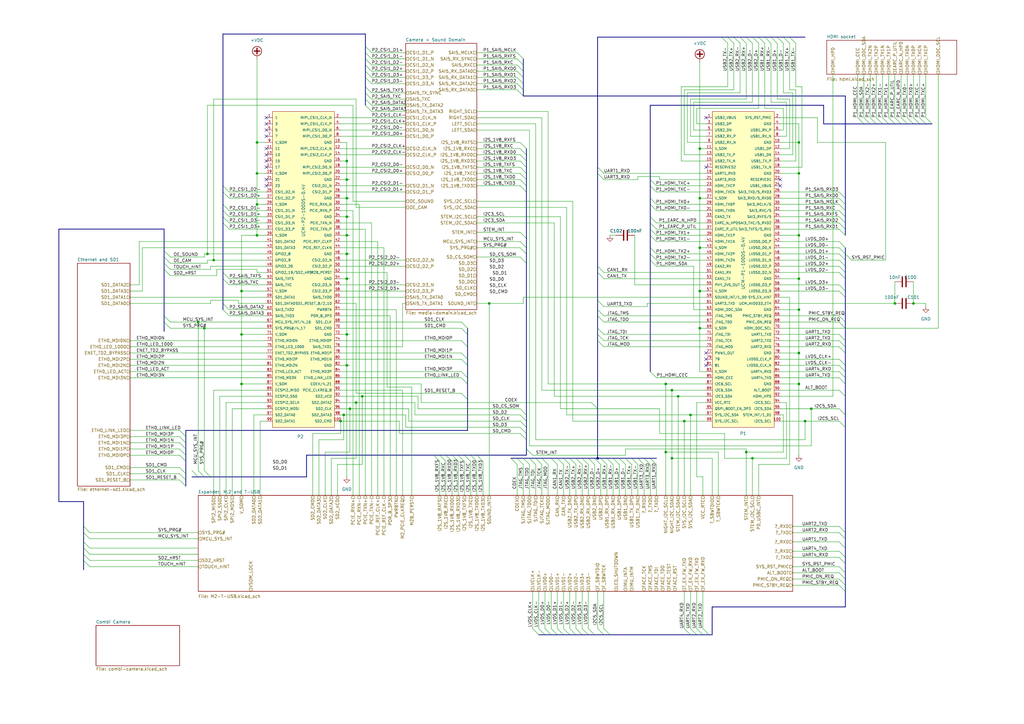
<source format=kicad_sch>
(kicad_sch (version 20211123) (generator eeschema)
  (paper "A3")
  (title_block (title "Faceboard Prototype") (date "2022-08-23") (company "Digital Sculptor"))
  (junction (at 142.24 137.16))
  (junction (at 330.2 172.72))
  (junction (at 283.21 170.18))
  (junction (at 367.03 124.46))
  (junction (at 275.59 187.96))
  (junction (at 327.66 157.48))
  (junction (at 146.05 165.1))
  (junction (at 327.66 96.52))
  (junction (at 99.06 119.38))
  (junction (at 105.41 83.82))
  (junction (at 105.41 96.52))
  (junction (at 142.24 114.3))
  (junction (at 99.06 137.16))
  (junction (at 278.13 162.56))
  (junction (at 99.06 157.48))
  (junction (at 83.82 134.62))
  (junction (at 273.05 157.48))
  (junction (at 245.11 187.96))
  (junction (at 287.02 119.38))
  (junction (at 105.41 71.12))
  (junction (at 287.02 81.28))
  (junction (at 143.51 167.64))
  (junction (at 327.66 114.3))
  (junction (at 273.05 185.42))
  (junction (at 85.09 104.14))
  (junction (at 287.02 134.62))
  (junction (at 142.24 149.86))
  (junction (at 142.24 88.9))
  (junction (at 287.02 60.96))
  (junction (at 327.66 58.42))
  (junction (at 142.24 104.14))
  (junction (at 142.24 73.66))
  (junction (at 275.59 160.02))
  (junction (at 87.63 106.68))
  (junction (at 142.24 96.52))
  (junction (at 327.66 127))
  (junction (at 374.65 124.46))
  (junction (at 306.07 185.42))
  (junction (at 327.66 144.78))
  (junction (at 287.02 101.6))
  (junction (at 280.67 172.72))
  (junction (at 308.61 187.96))
  (junction (at 327.66 71.12))
  (junction (at 139.7 172.72))
  (junction (at 200.66 124.46))
  (junction (at 332.74 167.64))
  (junction (at 105.41 58.42))
  (junction (at 142.24 66.04))
  (junction (at 140.97 170.18))
  (junction (at 81.28 132.08))
  (junction (at 148.59 162.56))
  (junction (at 142.24 81.28))
  (no_connect (at 109.22 55.88))
  (no_connect (at 109.22 53.34))
  (no_connect (at 109.22 50.8))
  (no_connect (at 109.22 60.96))
  (no_connect (at 109.22 66.04))
  (no_connect (at 109.22 68.58))
  (no_connect (at 109.22 63.5))
  (no_connect (at 109.22 76.2))
  (no_connect (at 109.22 73.66))
  (no_connect (at 109.22 48.26))
  (no_connect (at 320.04 73.66))
  (no_connect (at 320.04 76.2))
  (no_connect (at 289.56 68.58))
  (no_connect (at 289.56 48.26))
  (no_connect (at 289.56 149.86))
  (no_connect (at 289.56 147.32))
  (no_connect (at 289.56 144.78))
  (bus_entry (at 91.44 88.9) (size 2.54 2.54))
  (bus_entry (at 34.29 224.79) (size 2.54 2.54))
  (bus_entry (at 212.09 29.21) (size 2.54 2.54))
  (bus_entry (at 67.31 110.49) (size 2.54 2.54))
  (bus_entry (at 212.09 21.59) (size 2.54 2.54))
  (bus_entry (at 264.16 187.96) (size 2.54 2.54))
  (bus_entry (at 344.17 129.54) (size 2.54 2.54))
  (bus_entry (at 303.53 15.24) (size 2.54 2.54))
  (bus_entry (at 344.17 104.14) (size 2.54 2.54))
  (bus_entry (at 344.17 139.7) (size 2.54 2.54))
  (bus_entry (at 311.15 15.24) (size 2.54 2.54))
  (bus_entry (at 91.44 111.76) (size 2.54 2.54))
  (bus_entry (at 231.14 187.96) (size 2.54 2.54))
  (bus_entry (at 228.6 187.96) (size 2.54 2.54))
  (bus_entry (at 226.06 187.96) (size 2.54 2.54))
  (bus_entry (at 149.86 40.64) (size 2.54 2.54))
  (bus_entry (at 245.11 139.7) (size 2.54 2.54))
  (bus_entry (at 344.17 132.08) (size 2.54 2.54))
  (bus_entry (at 212.09 31.75) (size 2.54 2.54))
  (bus_entry (at 344.17 93.98) (size 2.54 2.54))
  (bus_entry (at 212.09 36.83) (size 2.54 2.54))
  (bus_entry (at 91.44 76.2) (size 2.54 2.54))
  (bus_entry (at 213.36 175.26) (size 2.54 2.54))
  (bus_entry (at 280.67 257.81) (size 2.54 2.54))
  (bus_entry (at 238.76 187.96) (size 2.54 2.54))
  (bus_entry (at 266.7 152.4) (size 2.54 2.54))
  (bus_entry (at 247.65 257.81) (size 2.54 2.54))
  (bus_entry (at 344.17 81.28) (size 2.54 2.54))
  (bus_entry (at 245.11 68.58) (size 2.54 2.54))
  (bus_entry (at 344.17 215.9) (size 2.54 2.54))
  (bus_entry (at 344.17 222.25) (size 2.54 2.54))
  (bus_entry (at 266.7 187.96) (size 2.54 2.54))
  (bus_entry (at 91.44 78.74) (size 2.54 2.54))
  (bus_entry (at 91.44 114.3) (size 2.54 2.54))
  (bus_entry (at 149.86 35.56) (size 2.54 2.54))
  (bus_entry (at 344.17 99.06) (size 2.54 2.54))
  (bus_entry (at 344.17 91.44) (size 2.54 2.54))
  (bus_entry (at 344.17 86.36) (size 2.54 2.54))
  (bus_entry (at 344.17 172.72) (size 2.54 2.54))
  (bus_entry (at 261.62 187.96) (size 2.54 2.54))
  (bus_entry (at 344.17 154.94) (size 2.54 2.54))
  (bus_entry (at 91.44 127) (size 2.54 2.54))
  (bus_entry (at 344.17 88.9) (size 2.54 2.54))
  (bus_entry (at 344.17 234.95) (size 2.54 2.54))
  (bus_entry (at 73.66 196.85) (size 2.54 2.54))
  (bus_entry (at 213.36 58.42) (size 2.54 2.54))
  (bus_entry (at 213.36 60.96) (size 2.54 2.54))
  (bus_entry (at 213.36 63.5) (size 2.54 2.54))
  (bus_entry (at 213.36 66.04) (size 2.54 2.54))
  (bus_entry (at 213.36 68.58) (size 2.54 2.54))
  (bus_entry (at 213.36 71.12) (size 2.54 2.54))
  (bus_entry (at 213.36 73.66) (size 2.54 2.54))
  (bus_entry (at 213.36 76.2) (size 2.54 2.54))
  (bus_entry (at 245.11 71.12) (size 2.54 2.54))
  (bus_entry (at 344.17 149.86) (size 2.54 2.54))
  (bus_entry (at 217.17 187.96) (size 2.54 2.54))
  (bus_entry (at 344.17 147.32) (size 2.54 2.54))
  (bus_entry (at 34.29 227.33) (size 2.54 2.54))
  (bus_entry (at 83.82 193.04) (size 2.54 2.54))
  (bus_entry (at 91.44 124.46) (size 2.54 2.54))
  (bus_entry (at 379.73 48.26) (size 2.54 2.54))
  (bus_entry (at 377.19 48.26) (size 2.54 2.54))
  (bus_entry (at 367.03 48.26) (size 2.54 2.54))
  (bus_entry (at 361.95 48.26) (size 2.54 2.54))
  (bus_entry (at 364.49 48.26) (size 2.54 2.54))
  (bus_entry (at 369.57 48.26) (size 2.54 2.54))
  (bus_entry (at 374.65 48.26) (size 2.54 2.54))
  (bus_entry (at 372.11 48.26) (size 2.54 2.54))
  (bus_entry (at 344.17 226.06) (size 2.54 2.54))
  (bus_entry (at 91.44 83.82) (size 2.54 2.54))
  (bus_entry (at 266.7 106.68) (size 2.54 2.54))
  (bus_entry (at 344.17 232.41) (size 2.54 2.54))
  (bus_entry (at 245.11 129.54) (size 2.54 2.54))
  (bus_entry (at 344.17 78.74) (size 2.54 2.54))
  (bus_entry (at 242.57 165.1) (size 2.54 2.54))
  (bus_entry (at 213.36 99.06) (size 2.54 2.54))
  (bus_entry (at 222.25 187.96) (size 2.54 2.54))
  (bus_entry (at 212.09 34.29) (size 2.54 2.54))
  (bus_entry (at 245.11 134.62) (size 2.54 2.54))
  (bus_entry (at 149.86 43.18) (size 2.54 2.54))
  (bus_entry (at 34.29 215.9) (size 2.54 2.54))
  (bus_entry (at 344.17 116.84) (size 2.54 2.54))
  (bus_entry (at 212.09 24.13) (size 2.54 2.54))
  (bus_entry (at 213.36 172.72) (size 2.54 2.54))
  (bus_entry (at 321.31 15.24) (size 2.54 2.54))
  (bus_entry (at 212.09 26.67) (size 2.54 2.54))
  (bus_entry (at 213.36 105.41) (size 2.54 2.54))
  (bus_entry (at 67.31 105.41) (size 2.54 2.54))
  (bus_entry (at 344.17 142.24) (size 2.54 2.54))
  (bus_entry (at 81.28 193.04) (size 2.54 2.54))
  (bus_entry (at 213.36 167.64) (size 2.54 2.54))
  (bus_entry (at 213.36 170.18) (size 2.54 2.54))
  (bus_entry (at 344.17 152.4) (size 2.54 2.54))
  (bus_entry (at 295.91 15.24) (size 2.54 2.54))
  (bus_entry (at 266.7 73.66) (size 2.54 2.54))
  (bus_entry (at 266.7 76.2) (size 2.54 2.54))
  (bus_entry (at 266.7 81.28) (size 2.54 2.54))
  (bus_entry (at 266.7 96.52) (size 2.54 2.54))
  (bus_entry (at 266.7 93.98) (size 2.54 2.54))
  (bus_entry (at 266.7 91.44) (size 2.54 2.54))
  (bus_entry (at 266.7 101.6) (size 2.54 2.54))
  (bus_entry (at 266.7 83.82) (size 2.54 2.54))
  (bus_entry (at 266.7 88.9) (size 2.54 2.54))
  (bus_entry (at 266.7 104.14) (size 2.54 2.54))
  (bus_entry (at 245.11 127) (size 2.54 2.54))
  (bus_entry (at 245.11 109.22) (size 2.54 2.54))
  (bus_entry (at 245.11 111.76) (size 2.54 2.54))
  (bus_entry (at 245.11 123.19) (size 2.54 2.54))
  (bus_entry (at 351.79 48.26) (size 2.54 2.54))
  (bus_entry (at 209.55 187.96) (size 2.54 2.54))
  (bus_entry (at 288.29 257.81) (size 2.54 2.54))
  (bus_entry (at 215.9 184.15) (size 2.54 2.54))
  (bus_entry (at 344.17 240.03) (size 2.54 2.54))
  (bus_entry (at 245.11 137.16) (size 2.54 2.54))
  (bus_entry (at 298.45 15.24) (size 2.54 2.54))
  (bus_entry (at 238.76 257.81) (size 2.54 2.54))
  (bus_entry (at 241.3 257.81) (size 2.54 2.54))
  (bus_entry (at 218.44 257.81) (size 2.54 2.54))
  (bus_entry (at 220.98 257.81) (size 2.54 2.54))
  (bus_entry (at 223.52 257.81) (size 2.54 2.54))
  (bus_entry (at 226.06 257.81) (size 2.54 2.54))
  (bus_entry (at 228.6 257.81) (size 2.54 2.54))
  (bus_entry (at 231.14 257.81) (size 2.54 2.54))
  (bus_entry (at 233.68 257.81) (size 2.54 2.54))
  (bus_entry (at 236.22 257.81) (size 2.54 2.54))
  (bus_entry (at 189.23 147.32) (size 2.54 2.54))
  (bus_entry (at 189.23 144.78) (size 2.54 2.54))
  (bus_entry (at 189.23 139.7) (size 2.54 2.54))
  (bus_entry (at 189.23 154.94) (size 2.54 2.54))
  (bus_entry (at 189.23 152.4) (size 2.54 2.54))
  (bus_entry (at 236.22 187.96) (size 2.54 2.54))
  (bus_entry (at 233.68 187.96) (size 2.54 2.54))
  (bus_entry (at 254 187.96) (size 2.54 2.54))
  (bus_entry (at 256.54 187.96) (size 2.54 2.54))
  (bus_entry (at 259.08 187.96) (size 2.54 2.54))
  (bus_entry (at 241.3 187.96) (size 2.54 2.54))
  (bus_entry (at 243.84 187.96) (size 2.54 2.54))
  (bus_entry (at 251.46 187.96) (size 2.54 2.54))
  (bus_entry (at 248.92 187.96) (size 2.54 2.54))
  (bus_entry (at 246.38 187.96) (size 2.54 2.54))
  (bus_entry (at 359.41 48.26) (size 2.54 2.54))
  (bus_entry (at 180.34 186.69) (size 2.54 2.54))
  (bus_entry (at 182.88 186.69) (size 2.54 2.54))
  (bus_entry (at 177.8 186.69) (size 2.54 2.54))
  (bus_entry (at 187.96 186.69) (size 2.54 2.54))
  (bus_entry (at 185.42 186.69) (size 2.54 2.54))
  (bus_entry (at 190.5 186.69) (size 2.54 2.54))
  (bus_entry (at 193.04 186.69) (size 2.54 2.54))
  (bus_entry (at 195.58 186.69) (size 2.54 2.54))
  (bus_entry (at 344.17 101.6) (size 2.54 2.54))
  (bus_entry (at 344.17 109.22) (size 2.54 2.54))
  (bus_entry (at 344.17 119.38) (size 2.54 2.54))
  (bus_entry (at 91.44 91.44) (size 2.54 2.54))
  (bus_entry (at 344.17 106.68) (size 2.54 2.54))
  (bus_entry (at 34.29 218.44) (size 2.54 2.54))
  (bus_entry (at 67.31 132.08) (size 2.54 2.54))
  (bus_entry (at 344.17 160.02) (size 2.54 2.54))
  (bus_entry (at 73.66 181.61) (size 2.54 2.54))
  (bus_entry (at 73.66 184.15) (size 2.54 2.54))
  (bus_entry (at 73.66 186.69) (size 2.54 2.54))
  (bus_entry (at 73.66 179.07) (size 2.54 2.54))
  (bus_entry (at 73.66 176.53) (size 2.54 2.54))
  (bus_entry (at 73.66 191.77) (size 2.54 2.54))
  (bus_entry (at 73.66 194.31) (size 2.54 2.54))
  (bus_entry (at 189.23 132.08) (size 2.54 2.54))
  (bus_entry (at 189.23 134.62) (size 2.54 2.54))
  (bus_entry (at 323.85 15.24) (size 2.54 2.54))
  (bus_entry (at 344.17 237.49) (size 2.54 2.54))
  (bus_entry (at 78.74 193.04) (size 2.54 2.54))
  (bus_entry (at 67.31 102.87) (size 2.54 2.54))
  (bus_entry (at 219.71 187.96) (size 2.54 2.54))
  (bus_entry (at 283.21 257.81) (size 2.54 2.54))
  (bus_entry (at 34.29 222.25) (size 2.54 2.54))
  (bus_entry (at 344.17 83.82) (size 2.54 2.54))
  (bus_entry (at 212.09 187.96) (size 2.54 2.54))
  (bus_entry (at 285.75 257.81) (size 2.54 2.54))
  (bus_entry (at 318.77 15.24) (size 2.54 2.54))
  (bus_entry (at 213.36 177.8) (size 2.54 2.54))
  (bus_entry (at 213.36 101.6) (size 2.54 2.54))
  (bus_entry (at 354.33 48.26) (size 2.54 2.54))
  (bus_entry (at 344.17 137.16) (size 2.54 2.54))
  (bus_entry (at 306.07 15.24) (size 2.54 2.54))
  (bus_entry (at 316.23 15.24) (size 2.54 2.54))
  (bus_entry (at 245.11 257.81) (size 2.54 2.54))
  (bus_entry (at 189.23 161.29) (size 2.54 2.54))
  (bus_entry (at 344.17 111.76) (size 2.54 2.54))
  (bus_entry (at 34.29 229.87) (size 2.54 2.54))
  (bus_entry (at 213.36 95.25) (size 2.54 2.54))
  (bus_entry (at 214.63 187.96) (size 2.54 2.54))
  (bus_entry (at 149.86 19.05) (size 2.54 2.54))
  (bus_entry (at 149.86 24.13) (size 2.54 2.54))
  (bus_entry (at 149.86 21.59) (size 2.54 2.54))
  (bus_entry (at 149.86 26.67) (size 2.54 2.54))
  (bus_entry (at 149.86 31.75) (size 2.54 2.54))
  (bus_entry (at 149.86 29.21) (size 2.54 2.54))
  (bus_entry (at 344.17 228.6) (size 2.54 2.54))
  (bus_entry (at 67.31 129.54) (size 2.54 2.54))
  (bus_entry (at 356.87 48.26) (size 2.54 2.54))
  (bus_entry (at 344.17 167.64) (size 2.54 2.54))
  (bus_entry (at 346.71 104.14) (size 2.54 2.54))
  (bus_entry (at 67.31 107.95) (size 2.54 2.54))
  (bus_entry (at 344.17 218.44) (size 2.54 2.54))
  (bus_entry (at 313.69 15.24) (size 2.54 2.54))
  (bus_entry (at 300.99 15.24) (size 2.54 2.54))
  (bus_entry (at 91.44 86.36) (size 2.54 2.54))
  (bus_entry (at 149.86 38.1) (size 2.54 2.54))
  (bus_entry (at 308.61 15.24) (size 2.54 2.54))
  (wire (pts (xy 200.66 124.46) (xy 214.63 124.46)))
  (bus (pts (xy 215.9 172.72) (xy 215.9 175.26)))
  (wire (pts (xy 320.04 50.8) (xy 327.66 50.8)))
  (wire (pts (xy 325.12 38.1) (xy 321.31 38.1)))
  (wire (pts (xy 195.58 76.2) (xy 213.36 76.2)))
  (wire (pts (xy 128.27 177.8) (xy 139.7 177.8)))
  (wire (pts (xy 283.21 40.64) (xy 306.07 40.64)))
  (wire (pts (xy 53.34 152.4) (xy 109.22 152.4)))
  (wire (pts (xy 105.41 110.49) (xy 88.9 110.49)))
  (bus (pts (xy 346.71 132.08) (xy 346.71 134.62)))
  (bus (pts (xy 149.86 21.59) (xy 149.86 19.05)))
  (wire (pts (xy 227.33 162.56) (xy 278.13 162.56)))
  (wire (pts (xy 327.66 127) (xy 327.66 144.78)))
  (wire (pts (xy 143.51 185.42) (xy 133.35 185.42)))
  (wire (pts (xy 280.67 63.5) (xy 280.67 36.83)))
  (wire (pts (xy 247.65 73.66) (xy 261.62 73.66)))
  (wire (pts (xy 328.93 35.56) (xy 326.39 35.56)))
  (wire (pts (xy 320.04 144.78) (xy 327.66 144.78)))
  (bus (pts (xy 86.36 195.58) (xy 125.73 195.58)))
  (wire (pts (xy 195.58 71.12) (xy 213.36 71.12)))
  (wire (pts (xy 195.58 31.75) (xy 212.09 31.75)))
  (wire (pts (xy 270.51 177.8) (xy 270.51 167.64)))
  (wire (pts (xy 363.22 58.42) (xy 363.22 106.68)))
  (wire (pts (xy 149.86 93.98) (xy 149.86 203.2)))
  (wire (pts (xy 142.24 114.3) (xy 143.51 114.3)))
  (wire (pts (xy 265.43 124.46) (xy 289.56 124.46)))
  (bus (pts (xy 231.14 187.96) (xy 233.68 187.96)))
  (bus (pts (xy 321.31 15.24) (xy 323.85 15.24)))
  (wire (pts (xy 166.37 85.09) (xy 146.05 85.09)))
  (wire (pts (xy 105.41 71.12) (xy 109.22 71.12)))
  (bus (pts (xy 177.8 186.69) (xy 180.34 186.69)))
  (bus (pts (xy 34.29 224.79) (xy 34.29 227.33)))
  (bus (pts (xy 266.7 104.14) (xy 266.7 101.6)))
  (wire (pts (xy 280.67 36.83) (xy 300.99 36.83)))
  (bus (pts (xy 81.28 195.58) (xy 83.82 195.58)))
  (wire (pts (xy 36.83 218.44) (xy 81.28 218.44)))
  (wire (pts (xy 320.04 83.82) (xy 344.17 83.82)))
  (wire (pts (xy 320.04 157.48) (xy 327.66 157.48)))
  (bus (pts (xy 346.71 144.78) (xy 346.71 149.86)))
  (bus (pts (xy 191.77 163.83) (xy 191.77 176.53)))
  (wire (pts (xy 311.15 190.5) (xy 311.15 203.2)))
  (wire (pts (xy 139.7 99.06) (xy 154.94 99.06)))
  (wire (pts (xy 320.04 93.98) (xy 344.17 93.98)))
  (wire (pts (xy 325.12 226.06) (xy 344.17 226.06)))
  (wire (pts (xy 217.17 53.34) (xy 195.58 53.34)))
  (bus (pts (xy 346.71 39.37) (xy 214.63 39.37)))
  (bus (pts (xy 91.44 114.3) (xy 91.44 124.46)))
  (bus (pts (xy 264.16 187.96) (xy 266.7 187.96)))
  (wire (pts (xy 99.06 157.48) (xy 109.22 157.48)))
  (bus (pts (xy 245.11 129.54) (xy 245.11 134.62)))
  (wire (pts (xy 195.58 91.44) (xy 227.33 91.44)))
  (wire (pts (xy 231.14 190.5) (xy 231.14 203.2)))
  (bus (pts (xy 346.71 81.28) (xy 346.71 83.82)))
  (wire (pts (xy 261.62 73.66) (xy 261.62 72.39)))
  (wire (pts (xy 367.03 124.46) (xy 367.03 115.57)))
  (bus (pts (xy 346.71 218.44) (xy 346.71 220.98)))
  (wire (pts (xy 320.04 139.7) (xy 344.17 139.7)))
  (wire (pts (xy 275.59 187.96) (xy 292.1 187.96)))
  (wire (pts (xy 327.66 50.8) (xy 327.66 58.42)))
  (wire (pts (xy 283.21 170.18) (xy 283.21 203.2)))
  (wire (pts (xy 320.04 96.52) (xy 327.66 96.52)))
  (wire (pts (xy 326.39 36.83) (xy 323.85 36.83)))
  (wire (pts (xy 148.59 162.56) (xy 171.45 162.56)))
  (bus (pts (xy 346.71 93.98) (xy 346.71 96.52)))
  (wire (pts (xy 270.51 72.39) (xy 270.51 73.66)))
  (bus (pts (xy 346.71 134.62) (xy 346.71 139.7)))
  (bus (pts (xy 76.2 176.53) (xy 76.2 179.07)))
  (wire (pts (xy 273.05 185.42) (xy 273.05 203.2)))
  (wire (pts (xy 292.1 187.96) (xy 292.1 203.2)))
  (bus (pts (xy 215.9 97.79) (xy 215.9 101.6)))
  (wire (pts (xy 321.31 185.42) (xy 306.07 185.42)))
  (wire (pts (xy 195.58 29.21) (xy 212.09 29.21)))
  (wire (pts (xy 168.91 158.75) (xy 168.91 203.2)))
  (bus (pts (xy 346.71 104.14) (xy 346.71 106.68)))
  (bus (pts (xy 251.46 187.96) (xy 254 187.96)))
  (wire (pts (xy 218.44 242.57) (xy 218.44 257.81)))
  (bus (pts (xy 245.11 187.96) (xy 246.38 187.96)))
  (wire (pts (xy 139.7 124.46) (xy 146.05 124.46)))
  (wire (pts (xy 195.58 68.58) (xy 213.36 68.58)))
  (wire (pts (xy 99.06 119.38) (xy 99.06 96.52)))
  (wire (pts (xy 270.51 167.64) (xy 245.11 167.64)))
  (bus (pts (xy 215.9 184.15) (xy 215.9 186.69)))
  (wire (pts (xy 105.41 83.82) (xy 109.22 83.82)))
  (bus (pts (xy 346.71 83.82) (xy 346.71 86.36)))
  (wire (pts (xy 139.7 111.76) (xy 158.75 111.76)))
  (wire (pts (xy 139.7 121.92) (xy 166.37 121.92)))
  (bus (pts (xy 245.11 137.16) (xy 245.11 139.7)))
  (bus (pts (xy 34.29 205.74) (xy 34.29 215.9)))
  (wire (pts (xy 135.89 187.96) (xy 135.89 203.2)))
  (bus (pts (xy 214.63 187.96) (xy 217.17 187.96)))
  (wire (pts (xy 93.98 91.44) (xy 109.22 91.44)))
  (wire (pts (xy 320.04 165.1) (xy 322.58 165.1)))
  (wire (pts (xy 130.81 180.34) (xy 130.81 203.2)))
  (wire (pts (xy 320.04 119.38) (xy 344.17 119.38)))
  (wire (pts (xy 142.24 88.9) (xy 143.51 88.9)))
  (wire (pts (xy 146.05 85.09) (xy 146.05 40.64)))
  (wire (pts (xy 99.06 119.38) (xy 109.22 119.38)))
  (wire (pts (xy 97.79 123.19) (xy 97.79 124.46)))
  (bus (pts (xy 149.86 40.64) (xy 149.86 38.1)))
  (wire (pts (xy 320.04 101.6) (xy 344.17 101.6)))
  (wire (pts (xy 83.82 104.14) (xy 83.82 105.41)))
  (wire (pts (xy 222.25 190.5) (xy 222.25 203.2)))
  (wire (pts (xy 53.34 154.94) (xy 109.22 154.94)))
  (bus (pts (xy 361.95 50.8) (xy 364.49 50.8)))
  (bus (pts (xy 346.71 106.68) (xy 346.71 109.22)))
  (wire (pts (xy 226.06 242.57) (xy 226.06 257.81)))
  (wire (pts (xy 275.59 187.96) (xy 275.59 203.2)))
  (wire (pts (xy 285.75 50.8) (xy 285.75 44.45)))
  (bus (pts (xy 226.06 260.35) (xy 228.6 260.35)))
  (wire (pts (xy 139.7 157.48) (xy 172.72 157.48)))
  (wire (pts (xy 143.51 167.64) (xy 167.64 167.64)))
  (wire (pts (xy 320.04 66.04) (xy 326.39 66.04)))
  (wire (pts (xy 367.03 30.48) (xy 367.03 48.26)))
  (wire (pts (xy 105.41 58.42) (xy 105.41 24.13)))
  (wire (pts (xy 142.24 96.52) (xy 143.51 96.52)))
  (bus (pts (xy 292.1 248.92) (xy 346.71 248.92)))
  (wire (pts (xy 325.12 63.5) (xy 325.12 38.1)))
  (wire (pts (xy 379.73 124.46) (xy 379.73 125.73)))
  (bus (pts (xy 266.7 73.66) (xy 266.7 43.18)))
  (wire (pts (xy 140.97 170.18) (xy 166.37 170.18)))
  (bus (pts (xy 91.44 91.44) (xy 91.44 111.76)))
  (wire (pts (xy 105.41 96.52) (xy 105.41 83.82)))
  (bus (pts (xy 300.99 15.24) (xy 303.53 15.24)))
  (wire (pts (xy 93.98 127) (xy 109.22 127)))
  (wire (pts (xy 142.24 81.28) (xy 143.51 81.28)))
  (wire (pts (xy 195.58 99.06) (xy 213.36 99.06)))
  (bus (pts (xy 215.9 78.74) (xy 215.9 97.79)))
  (wire (pts (xy 139.7 137.16) (xy 142.24 137.16)))
  (wire (pts (xy 195.58 66.04) (xy 213.36 66.04)))
  (bus (pts (xy 346.71 152.4) (xy 346.71 154.94)))
  (wire (pts (xy 83.82 134.62) (xy 83.82 193.04)))
  (bus (pts (xy 180.34 186.69) (xy 182.88 186.69)))
  (wire (pts (xy 165.1 160.02) (xy 165.1 203.2)))
  (wire (pts (xy 152.4 91.44) (xy 152.4 203.2)))
  (wire (pts (xy 92.71 165.1) (xy 92.71 203.2)))
  (wire (pts (xy 308.61 187.96) (xy 297.18 187.96)))
  (wire (pts (xy 287.02 119.38) (xy 289.56 119.38)))
  (wire (pts (xy 320.04 99.06) (xy 344.17 99.06)))
  (bus (pts (xy 214.63 34.29) (xy 214.63 36.83)))
  (bus (pts (xy 245.11 109.22) (xy 245.11 111.76)))
  (bus (pts (xy 214.63 29.21) (xy 214.63 31.75)))
  (bus (pts (xy 220.98 260.35) (xy 223.52 260.35)))
  (wire (pts (xy 327.66 114.3) (xy 327.66 127)))
  (wire (pts (xy 335.28 58.42) (xy 363.22 58.42)))
  (bus (pts (xy 215.9 180.34) (xy 215.9 184.15)))
  (wire (pts (xy 53.34 147.32) (xy 109.22 147.32)))
  (wire (pts (xy 246.38 190.5) (xy 246.38 203.2)))
  (wire (pts (xy 93.98 114.3) (xy 109.22 114.3)))
  (wire (pts (xy 322.58 55.88) (xy 322.58 41.91)))
  (wire (pts (xy 69.85 134.62) (xy 83.82 134.62)))
  (wire (pts (xy 289.56 165.1) (xy 285.75 165.1)))
  (wire (pts (xy 195.58 58.42) (xy 213.36 58.42)))
  (wire (pts (xy 167.64 172.72) (xy 213.36 172.72)))
  (wire (pts (xy 351.79 30.48) (xy 351.79 48.26)))
  (bus (pts (xy 222.25 187.96) (xy 226.06 187.96)))
  (wire (pts (xy 109.22 165.1) (xy 92.71 165.1)))
  (wire (pts (xy 229.87 88.9) (xy 195.58 88.9)))
  (bus (pts (xy 266.7 43.18) (xy 337.82 43.18)))
  (wire (pts (xy 288.29 195.58) (xy 288.29 203.2)))
  (wire (pts (xy 269.24 91.44) (xy 289.56 91.44)))
  (wire (pts (xy 195.58 189.23) (xy 195.58 203.2)))
  (wire (pts (xy 270.51 73.66) (xy 289.56 73.66)))
  (wire (pts (xy 227.33 91.44) (xy 227.33 162.56)))
  (wire (pts (xy 139.7 73.66) (xy 142.24 73.66)))
  (bus (pts (xy 346.71 101.6) (xy 346.71 104.14)))
  (wire (pts (xy 328.93 68.58) (xy 328.93 35.56)))
  (bus (pts (xy 149.86 19.05) (xy 149.86 13.97)))
  (bus (pts (xy 91.44 111.76) (xy 91.44 114.3)))
  (wire (pts (xy 36.83 224.79) (xy 81.28 224.79)))
  (bus (pts (xy 76.2 176.53) (xy 191.77 176.53)))
  (wire (pts (xy 320.04 121.92) (xy 323.85 121.92)))
  (wire (pts (xy 99.06 96.52) (xy 105.41 96.52)))
  (wire (pts (xy 320.04 116.84) (xy 344.17 116.84)))
  (bus (pts (xy 125.73 186.69) (xy 125.73 195.58)))
  (wire (pts (xy 139.7 139.7) (xy 189.23 139.7)))
  (wire (pts (xy 139.7 53.34) (xy 166.37 53.34)))
  (wire (pts (xy 377.19 30.48) (xy 377.19 48.26)))
  (wire (pts (xy 269.24 96.52) (xy 289.56 96.52)))
  (wire (pts (xy 247.65 139.7) (xy 289.56 139.7)))
  (wire (pts (xy 139.7 83.82) (xy 147.32 83.82)))
  (bus (pts (xy 238.76 260.35) (xy 241.3 260.35)))
  (bus (pts (xy 209.55 187.96) (xy 212.09 187.96)))
  (bus (pts (xy 266.7 96.52) (xy 266.7 93.98)))
  (wire (pts (xy 308.61 187.96) (xy 308.61 203.2)))
  (bus (pts (xy 191.77 147.32) (xy 191.77 149.86)))
  (bus (pts (xy 346.71 86.36) (xy 346.71 88.9)))
  (wire (pts (xy 269.24 93.98) (xy 289.56 93.98)))
  (bus (pts (xy 346.71 88.9) (xy 346.71 91.44)))
  (wire (pts (xy 83.82 134.62) (xy 109.22 134.62)))
  (bus (pts (xy 233.68 187.96) (xy 236.22 187.96)))
  (wire (pts (xy 139.7 106.68) (xy 166.37 106.68)))
  (bus (pts (xy 67.31 102.87) (xy 67.31 93.98)))
  (wire (pts (xy 243.84 190.5) (xy 243.84 203.2)))
  (bus (pts (xy 215.9 71.12) (xy 215.9 73.66)))
  (bus (pts (xy 149.86 31.75) (xy 149.86 35.56)))
  (wire (pts (xy 256.54 184.15) (xy 306.07 184.15)))
  (wire (pts (xy 241.3 242.57) (xy 241.3 257.81)))
  (wire (pts (xy 320.04 68.58) (xy 328.93 68.58)))
  (wire (pts (xy 213.36 177.8) (xy 163.83 177.8)))
  (wire (pts (xy 374.65 124.46) (xy 374.65 115.57)))
  (wire (pts (xy 320.04 154.94) (xy 344.17 154.94)))
  (bus (pts (xy 346.71 114.3) (xy 346.71 119.38)))
  (wire (pts (xy 284.48 41.91) (xy 308.61 41.91)))
  (wire (pts (xy 146.05 165.1) (xy 146.05 187.96)))
  (wire (pts (xy 93.98 116.84) (xy 109.22 116.84)))
  (wire (pts (xy 320.04 60.96) (xy 323.85 60.96)))
  (wire (pts (xy 287.02 81.28) (xy 287.02 60.96)))
  (wire (pts (xy 236.22 190.5) (xy 236.22 203.2)))
  (wire (pts (xy 87.63 160.02) (xy 87.63 203.2)))
  (wire (pts (xy 287.02 81.28) (xy 289.56 81.28)))
  (wire (pts (xy 142.24 58.42) (xy 142.24 66.04)))
  (wire (pts (xy 146.05 161.29) (xy 189.23 161.29)))
  (wire (pts (xy 172.72 157.48) (xy 172.72 165.1)))
  (wire (pts (xy 248.92 190.5) (xy 248.92 203.2)))
  (wire (pts (xy 273.05 157.48) (xy 273.05 185.42)))
  (wire (pts (xy 139.7 129.54) (xy 160.02 129.54)))
  (bus (pts (xy 191.77 157.48) (xy 191.77 163.83)))
  (wire (pts (xy 105.41 111.76) (xy 105.41 110.49)))
  (wire (pts (xy 245.11 167.64) (xy 229.87 167.64)))
  (wire (pts (xy 200.66 124.46) (xy 200.66 203.2)))
  (wire (pts (xy 139.7 154.94) (xy 189.23 154.94)))
  (wire (pts (xy 288.29 242.57) (xy 288.29 257.81)))
  (bus (pts (xy 308.61 15.24) (xy 311.15 15.24)))
  (bus (pts (xy 34.29 218.44) (xy 34.29 222.25)))
  (wire (pts (xy 165.1 124.46) (xy 165.1 142.24)))
  (wire (pts (xy 283.21 55.88) (xy 283.21 40.64)))
  (wire (pts (xy 152.4 34.29) (xy 166.37 34.29)))
  (wire (pts (xy 195.58 24.13) (xy 212.09 24.13)))
  (wire (pts (xy 139.7 66.04) (xy 142.24 66.04)))
  (wire (pts (xy 53.34 142.24) (xy 109.22 142.24)))
  (bus (pts (xy 125.73 186.69) (xy 177.8 186.69)))
  (wire (pts (xy 139.7 48.26) (xy 166.37 48.26)))
  (bus (pts (xy 346.71 170.18) (xy 346.71 175.26)))
  (wire (pts (xy 105.41 96.52) (xy 109.22 96.52)))
  (wire (pts (xy 214.63 121.92) (xy 289.56 121.92)))
  (bus (pts (xy 337.82 43.18) (xy 337.82 50.8)))
  (wire (pts (xy 287.02 60.96) (xy 287.02 25.4)))
  (wire (pts (xy 166.37 175.26) (xy 213.36 175.26)))
  (bus (pts (xy 346.71 237.49) (xy 346.71 240.03)))
  (wire (pts (xy 142.24 96.52) (xy 142.24 104.14)))
  (wire (pts (xy 139.7 88.9) (xy 142.24 88.9)))
  (bus (pts (xy 76.2 179.07) (xy 76.2 181.61)))
  (wire (pts (xy 139.7 170.18) (xy 140.97 170.18)))
  (bus (pts (xy 215.9 170.18) (xy 215.9 172.72)))
  (bus (pts (xy 231.14 260.35) (xy 233.68 260.35)))
  (wire (pts (xy 109.22 111.76) (xy 105.41 111.76)))
  (wire (pts (xy 320.04 162.56) (xy 341.63 162.56)))
  (wire (pts (xy 53.34 139.7) (xy 109.22 139.7)))
  (wire (pts (xy 289.56 170.18) (xy 283.21 170.18)))
  (wire (pts (xy 170.18 165.1) (xy 146.05 165.1)))
  (wire (pts (xy 142.24 81.28) (xy 142.24 88.9)))
  (wire (pts (xy 36.83 229.87) (xy 81.28 229.87)))
  (wire (pts (xy 280.67 172.72) (xy 280.67 203.2)))
  (wire (pts (xy 289.56 157.48) (xy 273.05 157.48)))
  (wire (pts (xy 361.95 30.48) (xy 361.95 48.26)))
  (wire (pts (xy 219.71 190.5) (xy 219.71 203.2)))
  (wire (pts (xy 187.96 189.23) (xy 187.96 203.2)))
  (bus (pts (xy 354.33 50.8) (xy 356.87 50.8)))
  (wire (pts (xy 214.63 190.5) (xy 214.63 203.2)))
  (bus (pts (xy 34.29 222.25) (xy 34.29 224.79)))
  (wire (pts (xy 284.48 109.22) (xy 284.48 127)))
  (wire (pts (xy 85.09 104.14) (xy 83.82 104.14)))
  (bus (pts (xy 214.63 36.83) (xy 214.63 39.37)))
  (bus (pts (xy 67.31 93.98) (xy 24.13 93.98)))
  (wire (pts (xy 327.66 71.12) (xy 327.66 96.52)))
  (bus (pts (xy 346.71 121.92) (xy 346.71 132.08)))
  (bus (pts (xy 245.11 167.64) (xy 245.11 187.96)))
  (wire (pts (xy 247.65 125.73) (xy 265.43 125.73)))
  (wire (pts (xy 166.37 82.55) (xy 144.78 82.55)))
  (bus (pts (xy 285.75 260.35) (xy 288.29 260.35)))
  (wire (pts (xy 166.37 124.46) (xy 165.1 124.46)))
  (bus (pts (xy 191.77 137.16) (xy 191.77 142.24)))
  (wire (pts (xy 87.63 40.64) (xy 87.63 106.68)))
  (bus (pts (xy 91.44 124.46) (xy 91.44 127)))
  (wire (pts (xy 364.49 30.48) (xy 364.49 48.26)))
  (wire (pts (xy 269.24 78.74) (xy 289.56 78.74)))
  (wire (pts (xy 57.15 99.06) (xy 109.22 99.06)))
  (wire (pts (xy 139.7 144.78) (xy 189.23 144.78)))
  (bus (pts (xy 346.71 228.6) (xy 346.71 231.14)))
  (wire (pts (xy 289.56 55.88) (xy 283.21 55.88)))
  (wire (pts (xy 320.04 86.36) (xy 344.17 86.36)))
  (wire (pts (xy 241.3 190.5) (xy 241.3 203.2)))
  (wire (pts (xy 105.41 58.42) (xy 109.22 58.42)))
  (wire (pts (xy 86.36 123.19) (xy 97.79 123.19)))
  (wire (pts (xy 354.33 30.48) (xy 354.33 48.26)))
  (wire (pts (xy 224.79 190.5) (xy 224.79 203.2)))
  (bus (pts (xy 306.07 15.24) (xy 308.61 15.24)))
  (wire (pts (xy 228.6 190.5) (xy 228.6 203.2)))
  (bus (pts (xy 377.19 50.8) (xy 379.73 50.8)))
  (bus (pts (xy 346.71 119.38) (xy 346.71 121.92)))
  (wire (pts (xy 320.04 147.32) (xy 344.17 147.32)))
  (wire (pts (xy 303.53 17.78) (xy 303.53 38.1)))
  (wire (pts (xy 330.2 172.72) (xy 344.17 172.72)))
  (wire (pts (xy 139.7 58.42) (xy 142.24 58.42)))
  (bus (pts (xy 67.31 105.41) (xy 67.31 102.87)))
  (bus (pts (xy 215.9 66.04) (xy 215.9 68.58)))
  (bus (pts (xy 245.11 15.24) (xy 245.11 68.58)))
  (bus (pts (xy 236.22 260.35) (xy 238.76 260.35)))
  (wire (pts (xy 139.7 68.58) (xy 166.37 68.58)))
  (bus (pts (xy 346.71 149.86) (xy 346.71 152.4)))
  (wire (pts (xy 152.4 26.67) (xy 166.37 26.67)))
  (wire (pts (xy 250.19 96.52) (xy 252.73 96.52)))
  (wire (pts (xy 289.56 106.68) (xy 269.24 106.68)))
  (wire (pts (xy 214.63 121.92) (xy 214.63 124.46)))
  (wire (pts (xy 139.7 114.3) (xy 142.24 114.3)))
  (wire (pts (xy 344.17 240.03) (xy 325.12 240.03)))
  (wire (pts (xy 139.7 160.02) (xy 165.1 160.02)))
  (bus (pts (xy 226.06 187.96) (xy 228.6 187.96)))
  (wire (pts (xy 320.04 91.44) (xy 344.17 91.44)))
  (wire (pts (xy 139.7 167.64) (xy 143.51 167.64)))
  (wire (pts (xy 99.06 137.16) (xy 109.22 137.16)))
  (wire (pts (xy 139.7 177.8) (xy 139.7 172.72)))
  (wire (pts (xy 224.79 157.48) (xy 224.79 45.72)))
  (wire (pts (xy 320.04 71.12) (xy 327.66 71.12)))
  (wire (pts (xy 139.7 134.62) (xy 189.23 134.62)))
  (wire (pts (xy 139.7 101.6) (xy 157.48 101.6)))
  (bus (pts (xy 215.9 104.14) (xy 215.9 107.95)))
  (wire (pts (xy 320.04 152.4) (xy 344.17 152.4)))
  (wire (pts (xy 99.06 157.48) (xy 99.06 137.16)))
  (wire (pts (xy 170.18 170.18) (xy 170.18 165.1)))
  (wire (pts (xy 233.68 190.5) (xy 233.68 203.2)))
  (wire (pts (xy 322.58 41.91) (xy 316.23 41.91)))
  (wire (pts (xy 327.66 96.52) (xy 327.66 114.3)))
  (wire (pts (xy 318.77 17.78) (xy 318.77 40.64)))
  (wire (pts (xy 139.7 142.24) (xy 165.1 142.24)))
  (wire (pts (xy 372.11 30.48) (xy 372.11 48.26)))
  (wire (pts (xy 269.24 154.94) (xy 289.56 154.94)))
  (wire (pts (xy 158.75 158.75) (xy 168.91 158.75)))
  (wire (pts (xy 330.2 172.72) (xy 330.2 180.34)))
  (wire (pts (xy 109.22 162.56) (xy 90.17 162.56)))
  (wire (pts (xy 320.04 53.34) (xy 321.31 53.34)))
  (bus (pts (xy 241.3 260.35) (xy 243.84 260.35)))
  (wire (pts (xy 105.41 71.12) (xy 105.41 58.42)))
  (wire (pts (xy 195.58 124.46) (xy 200.66 124.46)))
  (wire (pts (xy 320.04 88.9) (xy 344.17 88.9)))
  (wire (pts (xy 81.28 132.08) (xy 109.22 132.08)))
  (bus (pts (xy 34.29 227.33) (xy 34.29 229.87)))
  (wire (pts (xy 321.31 44.45) (xy 313.69 44.45)))
  (bus (pts (xy 266.7 187.96) (xy 269.24 187.96)))
  (bus (pts (xy 215.9 73.66) (xy 215.9 76.2)))
  (wire (pts (xy 320.04 170.18) (xy 321.31 170.18)))
  (wire (pts (xy 247.65 129.54) (xy 289.56 129.54)))
  (wire (pts (xy 332.74 182.88) (xy 217.17 182.88)))
  (wire (pts (xy 139.7 149.86) (xy 142.24 149.86)))
  (wire (pts (xy 320.04 172.72) (xy 330.2 172.72)))
  (wire (pts (xy 264.16 190.5) (xy 264.16 203.2)))
  (wire (pts (xy 142.24 104.14) (xy 142.24 114.3)))
  (wire (pts (xy 254 190.5) (xy 254 203.2)))
  (wire (pts (xy 278.13 162.56) (xy 289.56 162.56)))
  (bus (pts (xy 215.9 101.6) (xy 215.9 104.14)))
  (wire (pts (xy 152.4 38.1) (xy 166.37 38.1)))
  (wire (pts (xy 278.13 162.56) (xy 278.13 203.2)))
  (wire (pts (xy 185.42 189.23) (xy 185.42 203.2)))
  (bus (pts (xy 215.9 63.5) (xy 215.9 60.96)))
  (wire (pts (xy 144.78 43.18) (xy 85.09 43.18)))
  (bus (pts (xy 248.92 187.96) (xy 251.46 187.96)))
  (wire (pts (xy 109.22 167.64) (xy 95.25 167.64)))
  (wire (pts (xy 109.22 170.18) (xy 104.14 170.18)))
  (wire (pts (xy 327.66 144.78) (xy 327.66 157.48)))
  (wire (pts (xy 384.81 30.48) (xy 384.81 134.62)))
  (bus (pts (xy 245.11 68.58) (xy 245.11 71.12)))
  (bus (pts (xy 191.77 154.94) (xy 191.77 157.48)))
  (bus (pts (xy 245.11 15.24) (xy 295.91 15.24)))
  (wire (pts (xy 251.46 190.5) (xy 251.46 203.2)))
  (wire (pts (xy 93.98 88.9) (xy 109.22 88.9)))
  (wire (pts (xy 320.04 81.28) (xy 344.17 81.28)))
  (wire (pts (xy 139.7 60.96) (xy 166.37 60.96)))
  (wire (pts (xy 139.7 147.32) (xy 189.23 147.32)))
  (wire (pts (xy 195.58 60.96) (xy 213.36 60.96)))
  (bus (pts (xy 245.11 127) (xy 245.11 129.54)))
  (wire (pts (xy 320.04 132.08) (xy 344.17 132.08)))
  (wire (pts (xy 217.17 182.88) (xy 217.17 53.34)))
  (wire (pts (xy 144.78 86.36) (xy 144.78 203.2)))
  (wire (pts (xy 228.6 242.57) (xy 228.6 257.81)))
  (wire (pts (xy 281.94 38.1) (xy 303.53 38.1)))
  (wire (pts (xy 139.7 91.44) (xy 152.4 91.44)))
  (wire (pts (xy 88.9 110.49) (xy 88.9 113.03)))
  (bus (pts (xy 288.29 260.35) (xy 290.83 260.35)))
  (wire (pts (xy 297.18 187.96) (xy 297.18 177.8)))
  (wire (pts (xy 57.15 116.84) (xy 53.34 116.84)))
  (wire (pts (xy 105.41 83.82) (xy 105.41 71.12)))
  (bus (pts (xy 190.5 186.69) (xy 193.04 186.69)))
  (wire (pts (xy 326.39 17.78) (xy 326.39 35.56)))
  (wire (pts (xy 139.7 119.38) (xy 166.37 119.38)))
  (wire (pts (xy 167.64 167.64) (xy 167.64 172.72)))
  (wire (pts (xy 142.24 88.9) (xy 142.24 96.52)))
  (wire (pts (xy 195.58 101.6) (xy 213.36 101.6)))
  (wire (pts (xy 148.59 162.56) (xy 148.59 190.5)))
  (wire (pts (xy 327.66 58.42) (xy 327.66 71.12)))
  (bus (pts (xy 369.57 50.8) (xy 372.11 50.8)))
  (wire (pts (xy 97.79 124.46) (xy 109.22 124.46)))
  (wire (pts (xy 195.58 36.83) (xy 212.09 36.83)))
  (wire (pts (xy 321.31 53.34) (xy 321.31 44.45)))
  (wire (pts (xy 90.17 162.56) (xy 90.17 203.2)))
  (wire (pts (xy 320.04 137.16) (xy 344.17 137.16)))
  (wire (pts (xy 308.61 17.78) (xy 308.61 41.91)))
  (wire (pts (xy 139.7 162.56) (xy 148.59 162.56)))
  (bus (pts (xy 67.31 129.54) (xy 67.31 110.49)))
  (wire (pts (xy 306.07 185.42) (xy 306.07 203.2)))
  (wire (pts (xy 58.42 101.6) (xy 58.42 119.38)))
  (wire (pts (xy 36.83 220.98) (xy 81.28 220.98)))
  (bus (pts (xy 185.42 186.69) (xy 187.96 186.69)))
  (wire (pts (xy 289.56 53.34) (xy 284.48 53.34)))
  (wire (pts (xy 166.37 170.18) (xy 166.37 175.26)))
  (wire (pts (xy 289.56 114.3) (xy 247.65 114.3)))
  (wire (pts (xy 139.7 86.36) (xy 144.78 86.36)))
  (bus (pts (xy 191.77 134.62) (xy 191.77 137.16)))
  (wire (pts (xy 313.69 17.78) (xy 313.69 44.45)))
  (wire (pts (xy 85.09 107.95) (xy 69.85 107.95)))
  (wire (pts (xy 349.25 106.68) (xy 363.22 106.68)))
  (bus (pts (xy 266.7 101.6) (xy 266.7 96.52)))
  (wire (pts (xy 57.15 99.06) (xy 57.15 116.84)))
  (wire (pts (xy 180.34 189.23) (xy 180.34 203.2)))
  (wire (pts (xy 139.7 93.98) (xy 149.86 93.98)))
  (wire (pts (xy 297.18 177.8) (xy 270.51 177.8)))
  (wire (pts (xy 323.85 60.96) (xy 323.85 40.64)))
  (bus (pts (xy 346.71 234.95) (xy 346.71 237.49)))
  (wire (pts (xy 320.04 127) (xy 327.66 127)))
  (wire (pts (xy 142.24 73.66) (xy 142.24 81.28)))
  (wire (pts (xy 279.4 35.56) (xy 298.45 35.56)))
  (wire (pts (xy 320.04 55.88) (xy 322.58 55.88)))
  (bus (pts (xy 245.11 187.96) (xy 243.84 187.96)))
  (wire (pts (xy 320.04 58.42) (xy 327.66 58.42)))
  (wire (pts (xy 53.34 149.86) (xy 109.22 149.86)))
  (wire (pts (xy 93.98 129.54) (xy 109.22 129.54)))
  (wire (pts (xy 142.24 137.16) (xy 143.51 137.16)))
  (wire (pts (xy 320.04 160.02) (xy 344.17 160.02)))
  (wire (pts (xy 279.4 66.04) (xy 279.4 35.56)))
  (bus (pts (xy 346.71 39.37) (xy 346.71 81.28)))
  (wire (pts (xy 298.45 17.78) (xy 298.45 35.56)))
  (bus (pts (xy 290.83 260.35) (xy 292.1 260.35)))
  (bus (pts (xy 187.96 186.69) (xy 190.5 186.69)))
  (bus (pts (xy 292.1 260.35) (xy 292.1 248.92)))
  (wire (pts (xy 273.05 185.42) (xy 294.64 185.42)))
  (bus (pts (xy 76.2 186.69) (xy 76.2 189.23)))
  (wire (pts (xy 163.83 177.8) (xy 163.83 172.72)))
  (wire (pts (xy 190.5 189.23) (xy 190.5 203.2)))
  (wire (pts (xy 256.54 190.5) (xy 256.54 203.2)))
  (wire (pts (xy 87.63 106.68) (xy 85.09 106.68)))
  (wire (pts (xy 269.24 99.06) (xy 289.56 99.06)))
  (wire (pts (xy 325.12 228.6) (xy 344.17 228.6)))
  (wire (pts (xy 300.99 17.78) (xy 300.99 36.83)))
  (wire (pts (xy 147.32 83.82) (xy 147.32 203.2)))
  (wire (pts (xy 289.56 66.04) (xy 279.4 66.04)))
  (wire (pts (xy 195.58 63.5) (xy 213.36 63.5)))
  (wire (pts (xy 152.4 21.59) (xy 166.37 21.59)))
  (wire (pts (xy 236.22 242.57) (xy 236.22 257.81)))
  (wire (pts (xy 247.65 242.57) (xy 247.65 257.81)))
  (wire (pts (xy 259.08 190.5) (xy 259.08 203.2)))
  (wire (pts (xy 269.24 104.14) (xy 289.56 104.14)))
  (bus (pts (xy 346.71 111.76) (xy 346.71 114.3)))
  (wire (pts (xy 139.7 76.2) (xy 166.37 76.2)))
  (wire (pts (xy 287.02 101.6) (xy 289.56 101.6)))
  (bus (pts (xy 223.52 260.35) (xy 226.06 260.35)))
  (bus (pts (xy 266.7 106.68) (xy 266.7 104.14)))
  (wire (pts (xy 320.04 109.22) (xy 344.17 109.22)))
  (wire (pts (xy 234.95 82.55) (xy 234.95 172.72)))
  (bus (pts (xy 346.71 224.79) (xy 346.71 228.6)))
  (wire (pts (xy 311.15 17.78) (xy 311.15 44.45)))
  (wire (pts (xy 81.28 132.08) (xy 81.28 193.04)))
  (wire (pts (xy 265.43 124.46) (xy 265.43 125.73)))
  (bus (pts (xy 215.9 177.8) (xy 215.9 180.34)))
  (wire (pts (xy 195.58 73.66) (xy 213.36 73.66)))
  (wire (pts (xy 359.41 30.48) (xy 359.41 48.26)))
  (wire (pts (xy 36.83 227.33) (xy 81.28 227.33)))
  (bus (pts (xy 346.71 154.94) (xy 346.71 157.48)))
  (wire (pts (xy 139.7 96.52) (xy 142.24 96.52)))
  (wire (pts (xy 320.04 114.3) (xy 327.66 114.3)))
  (bus (pts (xy 346.71 162.56) (xy 346.71 170.18)))
  (bus (pts (xy 266.7 88.9) (xy 266.7 83.82)))
  (wire (pts (xy 323.85 190.5) (xy 311.15 190.5)))
  (wire (pts (xy 325.12 215.9) (xy 344.17 215.9)))
  (wire (pts (xy 222.25 48.26) (xy 195.58 48.26)))
  (bus (pts (xy 193.04 186.69) (xy 195.58 186.69)))
  (wire (pts (xy 195.58 95.25) (xy 213.36 95.25)))
  (wire (pts (xy 323.85 17.78) (xy 323.85 36.83)))
  (wire (pts (xy 280.67 242.57) (xy 280.67 257.81)))
  (wire (pts (xy 323.85 40.64) (xy 318.77 40.64)))
  (bus (pts (xy 149.86 38.1) (xy 149.86 35.56)))
  (wire (pts (xy 261.62 72.39) (xy 270.51 72.39)))
  (bus (pts (xy 91.44 86.36) (xy 91.44 88.9)))
  (bus (pts (xy 379.73 50.8) (xy 382.27 50.8)))
  (wire (pts (xy 356.87 30.48) (xy 356.87 48.26)))
  (wire (pts (xy 212.09 190.5) (xy 212.09 203.2)))
  (wire (pts (xy 322.58 165.1) (xy 322.58 187.96)))
  (wire (pts (xy 287.02 134.62) (xy 287.02 119.38)))
  (wire (pts (xy 85.09 43.18) (xy 85.09 104.14)))
  (wire (pts (xy 142.24 149.86) (xy 142.24 195.58)))
  (wire (pts (xy 162.56 127) (xy 162.56 203.2)))
  (wire (pts (xy 224.79 45.72) (xy 195.58 45.72)))
  (wire (pts (xy 69.85 110.49) (xy 86.36 110.49)))
  (wire (pts (xy 229.87 167.64) (xy 229.87 88.9)))
  (bus (pts (xy 337.82 50.8) (xy 354.33 50.8)))
  (bus (pts (xy 76.2 196.85) (xy 76.2 199.39)))
  (wire (pts (xy 213.36 170.18) (xy 170.18 170.18)))
  (wire (pts (xy 195.58 85.09) (xy 232.41 85.09)))
  (wire (pts (xy 335.28 48.26) (xy 335.28 58.42)))
  (wire (pts (xy 86.36 124.46) (xy 86.36 123.19)))
  (wire (pts (xy 139.7 55.88) (xy 166.37 55.88)))
  (bus (pts (xy 367.03 50.8) (xy 369.57 50.8)))
  (wire (pts (xy 58.42 101.6) (xy 109.22 101.6)))
  (bus (pts (xy 191.77 149.86) (xy 191.77 154.94)))
  (wire (pts (xy 152.4 45.72) (xy 166.37 45.72)))
  (wire (pts (xy 320.04 48.26) (xy 335.28 48.26)))
  (wire (pts (xy 195.58 34.29) (xy 212.09 34.29)))
  (wire (pts (xy 285.75 44.45) (xy 311.15 44.45)))
  (wire (pts (xy 222.25 160.02) (xy 275.59 160.02)))
  (wire (pts (xy 152.4 40.64) (xy 166.37 40.64)))
  (bus (pts (xy 149.86 29.21) (xy 149.86 26.67)))
  (wire (pts (xy 325.12 218.44) (xy 344.17 218.44)))
  (wire (pts (xy 99.06 137.16) (xy 99.06 119.38)))
  (wire (pts (xy 73.66 181.61) (xy 53.34 181.61)))
  (wire (pts (xy 104.14 170.18) (xy 104.14 203.2)))
  (wire (pts (xy 269.24 83.82) (xy 289.56 83.82)))
  (wire (pts (xy 195.58 21.59) (xy 212.09 21.59)))
  (wire (pts (xy 140.97 170.18) (xy 140.97 180.34)))
  (bus (pts (xy 266.7 76.2) (xy 266.7 73.66)))
  (wire (pts (xy 182.88 189.23) (xy 182.88 203.2)))
  (bus (pts (xy 91.44 83.82) (xy 91.44 86.36)))
  (wire (pts (xy 289.56 111.76) (xy 247.65 111.76)))
  (wire (pts (xy 93.98 78.74) (xy 109.22 78.74)))
  (bus (pts (xy 76.2 189.23) (xy 76.2 194.31)))
  (wire (pts (xy 163.83 172.72) (xy 139.7 172.72)))
  (bus (pts (xy 91.44 76.2) (xy 91.44 78.74)))
  (bus (pts (xy 359.41 50.8) (xy 361.95 50.8)))
  (wire (pts (xy 93.98 86.36) (xy 109.22 86.36)))
  (bus (pts (xy 34.29 229.87) (xy 34.29 233.68)))
  (wire (pts (xy 223.52 242.57) (xy 223.52 257.81)))
  (wire (pts (xy 152.4 31.75) (xy 166.37 31.75)))
  (wire (pts (xy 148.59 190.5) (xy 138.43 190.5)))
  (bus (pts (xy 245.11 71.12) (xy 245.11 109.22)))
  (bus (pts (xy 266.7 91.44) (xy 266.7 88.9)))
  (wire (pts (xy 158.75 111.76) (xy 158.75 158.75)))
  (wire (pts (xy 289.56 172.72) (xy 280.67 172.72)))
  (wire (pts (xy 316.23 17.78) (xy 316.23 41.91)))
  (bus (pts (xy 346.71 220.98) (xy 346.71 224.79)))
  (bus (pts (xy 266.7 81.28) (xy 266.7 76.2)))
  (bus (pts (xy 67.31 132.08) (xy 67.31 129.54)))
  (wire (pts (xy 152.4 24.13) (xy 166.37 24.13)))
  (wire (pts (xy 323.85 121.92) (xy 323.85 190.5)))
  (bus (pts (xy 76.2 184.15) (xy 76.2 186.69)))
  (wire (pts (xy 289.56 58.42) (xy 281.94 58.42)))
  (wire (pts (xy 269.24 86.36) (xy 289.56 86.36)))
  (bus (pts (xy 24.13 205.74) (xy 34.29 205.74)))
  (wire (pts (xy 142.24 137.16) (xy 142.24 149.86)))
  (bus (pts (xy 191.77 142.24) (xy 191.77 147.32)))
  (bus (pts (xy 67.31 135.89) (xy 67.31 132.08)))
  (bus (pts (xy 149.86 13.97) (xy 91.44 13.97)))
  (bus (pts (xy 228.6 260.35) (xy 231.14 260.35)))
  (wire (pts (xy 222.25 160.02) (xy 222.25 48.26)))
  (wire (pts (xy 218.44 186.69) (xy 256.54 186.69)))
  (bus (pts (xy 245.11 123.19) (xy 245.11 127)))
  (wire (pts (xy 139.7 127) (xy 162.56 127)))
  (wire (pts (xy 245.11 242.57) (xy 245.11 257.81)))
  (wire (pts (xy 139.7 132.08) (xy 189.23 132.08)))
  (bus (pts (xy 250.19 260.35) (xy 283.21 260.35)))
  (bus (pts (xy 67.31 110.49) (xy 67.31 107.95)))
  (wire (pts (xy 53.34 176.53) (xy 73.66 176.53)))
  (wire (pts (xy 154.94 99.06) (xy 154.94 203.2)))
  (bus (pts (xy 78.74 195.58) (xy 81.28 195.58)))
  (wire (pts (xy 99.06 157.48) (xy 99.06 203.2)))
  (bus (pts (xy 149.86 26.67) (xy 149.86 24.13)))
  (wire (pts (xy 146.05 187.96) (xy 135.89 187.96)))
  (bus (pts (xy 238.76 187.96) (xy 241.3 187.96)))
  (wire (pts (xy 266.7 190.5) (xy 266.7 203.2)))
  (wire (pts (xy 330.2 180.34) (xy 219.71 180.34)))
  (wire (pts (xy 53.34 184.15) (xy 73.66 184.15)))
  (bus (pts (xy 214.63 24.13) (xy 214.63 26.67)))
  (wire (pts (xy 220.98 242.57) (xy 220.98 257.81)))
  (wire (pts (xy 146.05 124.46) (xy 146.05 161.29)))
  (wire (pts (xy 289.56 127) (xy 284.48 127)))
  (wire (pts (xy 238.76 242.57) (xy 238.76 257.81)))
  (wire (pts (xy 232.41 85.09) (xy 232.41 170.18)))
  (bus (pts (xy 91.44 88.9) (xy 91.44 91.44)))
  (bus (pts (xy 76.2 181.61) (xy 76.2 184.15)))
  (wire (pts (xy 139.7 152.4) (xy 189.23 152.4)))
  (wire (pts (xy 53.34 196.85) (xy 73.66 196.85)))
  (wire (pts (xy 321.31 17.78) (xy 321.31 38.1)))
  (wire (pts (xy 269.24 76.2) (xy 289.56 76.2)))
  (bus (pts (xy 217.17 187.96) (xy 219.71 187.96)))
  (wire (pts (xy 233.68 242.57) (xy 233.68 257.81)))
  (bus (pts (xy 346.71 142.24) (xy 346.71 144.78)))
  (wire (pts (xy 219.71 180.34) (xy 219.71 50.8)))
  (bus (pts (xy 233.68 260.35) (xy 236.22 260.35)))
  (wire (pts (xy 217.17 190.5) (xy 217.17 203.2)))
  (wire (pts (xy 106.68 172.72) (xy 106.68 203.2)))
  (wire (pts (xy 86.36 109.22) (xy 86.36 110.49)))
  (bus (pts (xy 215.9 175.26) (xy 215.9 177.8)))
  (wire (pts (xy 198.12 189.23) (xy 198.12 203.2)))
  (wire (pts (xy 379.73 124.46) (xy 374.65 124.46)))
  (wire (pts (xy 157.48 101.6) (xy 157.48 203.2)))
  (wire (pts (xy 109.22 160.02) (xy 87.63 160.02)))
  (wire (pts (xy 146.05 40.64) (xy 87.63 40.64)))
  (wire (pts (xy 139.7 116.84) (xy 166.37 116.84)))
  (wire (pts (xy 53.34 121.92) (xy 109.22 121.92)))
  (bus (pts (xy 195.58 186.69) (xy 215.9 186.69)))
  (bus (pts (xy 346.71 242.57) (xy 346.71 248.92)))
  (bus (pts (xy 316.23 15.24) (xy 318.77 15.24)))
  (bus (pts (xy 215.9 66.04) (xy 215.9 63.5)))
  (wire (pts (xy 281.94 58.42) (xy 281.94 38.1)))
  (bus (pts (xy 346.71 91.44) (xy 346.71 93.98)))
  (wire (pts (xy 142.24 73.66) (xy 143.51 73.66)))
  (wire (pts (xy 327.66 157.48) (xy 327.66 186.69)))
  (wire (pts (xy 152.4 29.21) (xy 166.37 29.21)))
  (wire (pts (xy 247.65 132.08) (xy 289.56 132.08)))
  (wire (pts (xy 287.02 152.4) (xy 287.02 134.62)))
  (wire (pts (xy 142.24 104.14) (xy 143.51 104.14)))
  (bus (pts (xy 346.71 139.7) (xy 346.71 142.24)))
  (wire (pts (xy 93.98 81.28) (xy 109.22 81.28)))
  (wire (pts (xy 53.34 186.69) (xy 73.66 186.69)))
  (wire (pts (xy 306.07 17.78) (xy 306.07 40.64)))
  (bus (pts (xy 346.71 109.22) (xy 346.71 111.76)))
  (wire (pts (xy 247.65 142.24) (xy 289.56 142.24)))
  (wire (pts (xy 269.24 190.5) (xy 269.24 203.2)))
  (wire (pts (xy 85.09 106.68) (xy 85.09 107.95)))
  (wire (pts (xy 142.24 149.86) (xy 143.51 149.86)))
  (bus (pts (xy 247.65 260.35) (xy 250.19 260.35)))
  (wire (pts (xy 53.34 194.31) (xy 73.66 194.31)))
  (wire (pts (xy 287.02 60.96) (xy 289.56 60.96)))
  (bus (pts (xy 256.54 187.96) (xy 259.08 187.96)))
  (wire (pts (xy 193.04 189.23) (xy 193.04 203.2)))
  (wire (pts (xy 224.79 157.48) (xy 273.05 157.48)))
  (wire (pts (xy 285.75 165.1) (xy 285.75 195.58)))
  (wire (pts (xy 379.73 30.48) (xy 379.73 48.26)))
  (bus (pts (xy 298.45 15.24) (xy 300.99 15.24)))
  (wire (pts (xy 238.76 190.5) (xy 238.76 203.2)))
  (wire (pts (xy 109.22 106.68) (xy 87.63 106.68)))
  (wire (pts (xy 171.45 162.56) (xy 171.45 167.64)))
  (bus (pts (xy 182.88 186.69) (xy 185.42 186.69)))
  (wire (pts (xy 341.63 30.48) (xy 341.63 162.56)))
  (wire (pts (xy 320.04 78.74) (xy 344.17 78.74)))
  (wire (pts (xy 325.12 222.25) (xy 344.17 222.25)))
  (wire (pts (xy 346.71 134.62) (xy 384.81 134.62)))
  (wire (pts (xy 260.35 116.84) (xy 289.56 116.84)))
  (bus (pts (xy 34.29 215.9) (xy 34.29 218.44)))
  (wire (pts (xy 294.64 185.42) (xy 294.64 203.2)))
  (wire (pts (xy 142.24 114.3) (xy 142.24 137.16)))
  (bus (pts (xy 149.86 24.13) (xy 149.86 21.59)))
  (wire (pts (xy 332.74 167.64) (xy 332.74 182.88)))
  (bus (pts (xy 374.65 50.8) (xy 377.19 50.8)))
  (wire (pts (xy 287.02 101.6) (xy 287.02 81.28)))
  (bus (pts (xy 243.84 260.35) (xy 247.65 260.35)))
  (bus (pts (xy 245.11 139.7) (xy 245.11 167.64)))
  (bus (pts (xy 228.6 187.96) (xy 231.14 187.96)))
  (wire (pts (xy 306.07 184.15) (xy 306.07 185.42)))
  (bus (pts (xy 67.31 107.95) (xy 67.31 105.41)))
  (bus (pts (xy 245.11 134.62) (xy 245.11 137.16)))
  (wire (pts (xy 320.04 106.68) (xy 344.17 106.68)))
  (bus (pts (xy 283.21 260.35) (xy 285.75 260.35)))
  (wire (pts (xy 171.45 167.64) (xy 213.36 167.64)))
  (bus (pts (xy 356.87 50.8) (xy 359.41 50.8)))
  (bus (pts (xy 346.71 175.26) (xy 346.71 218.44)))
  (wire (pts (xy 139.7 63.5) (xy 166.37 63.5)))
  (bus (pts (xy 241.3 187.96) (xy 243.84 187.96)))
  (wire (pts (xy 140.97 180.34) (xy 130.81 180.34)))
  (bus (pts (xy 214.63 26.67) (xy 214.63 29.21)))
  (wire (pts (xy 143.51 167.64) (xy 143.51 185.42)))
  (wire (pts (xy 58.42 119.38) (xy 53.34 119.38)))
  (wire (pts (xy 195.58 26.67) (xy 212.09 26.67)))
  (wire (pts (xy 231.14 242.57) (xy 231.14 257.81)))
  (wire (pts (xy 284.48 53.34) (xy 284.48 41.91)))
  (bus (pts (xy 372.11 50.8) (xy 374.65 50.8)))
  (bus (pts (xy 246.38 187.96) (xy 248.92 187.96)))
  (bus (pts (xy 215.9 76.2) (xy 215.9 78.74)))
  (wire (pts (xy 172.72 165.1) (xy 242.57 165.1)))
  (wire (pts (xy 261.62 190.5) (xy 261.62 203.2)))
  (bus (pts (xy 215.9 107.95) (xy 215.9 170.18)))
  (wire (pts (xy 139.7 50.8) (xy 166.37 50.8)))
  (bus (pts (xy 346.71 240.03) (xy 346.71 242.57)))
  (wire (pts (xy 320.04 111.76) (xy 344.17 111.76)))
  (wire (pts (xy 285.75 242.57) (xy 285.75 257.81)))
  (wire (pts (xy 69.85 132.08) (xy 81.28 132.08)))
  (wire (pts (xy 139.7 109.22) (xy 166.37 109.22)))
  (bus (pts (xy 266.7 83.82) (xy 266.7 81.28)))
  (bus (pts (xy 311.15 15.24) (xy 313.69 15.24)))
  (wire (pts (xy 139.7 78.74) (xy 166.37 78.74)))
  (wire (pts (xy 195.58 105.41) (xy 213.36 105.41)))
  (wire (pts (xy 326.39 66.04) (xy 326.39 36.83)))
  (wire (pts (xy 320.04 124.46) (xy 367.03 124.46)))
  (wire (pts (xy 139.7 81.28) (xy 142.24 81.28)))
  (bus (pts (xy 295.91 15.24) (xy 298.45 15.24)))
  (wire (pts (xy 247.65 71.12) (xy 289.56 71.12)))
  (wire (pts (xy 344.17 232.41) (xy 325.12 232.41)))
  (wire (pts (xy 285.75 195.58) (xy 288.29 195.58)))
  (wire (pts (xy 321.31 170.18) (xy 321.31 185.42)))
  (wire (pts (xy 109.22 172.72) (xy 106.68 172.72)))
  (bus (pts (xy 245.11 111.76) (xy 245.11 123.19)))
  (bus (pts (xy 364.49 50.8) (xy 367.03 50.8)))
  (wire (pts (xy 289.56 63.5) (xy 280.67 63.5)))
  (wire (pts (xy 283.21 242.57) (xy 283.21 257.81)))
  (wire (pts (xy 260.35 96.52) (xy 260.35 116.84)))
  (wire (pts (xy 133.35 185.42) (xy 133.35 203.2)))
  (wire (pts (xy 232.41 170.18) (xy 283.21 170.18)))
  (wire (pts (xy 128.27 203.2) (xy 128.27 177.8)))
  (wire (pts (xy 138.43 190.5) (xy 138.43 203.2)))
  (wire (pts (xy 219.71 50.8) (xy 195.58 50.8)))
  (wire (pts (xy 320.04 63.5) (xy 325.12 63.5)))
  (bus (pts (xy 313.69 15.24) (xy 316.23 15.24)))
  (bus (pts (xy 76.2 194.31) (xy 76.2 196.85)))
  (wire (pts (xy 287.02 134.62) (xy 289.56 134.62)))
  (wire (pts (xy 320.04 104.14) (xy 344.17 104.14)))
  (wire (pts (xy 142.24 66.04) (xy 142.24 73.66)))
  (wire (pts (xy 139.7 165.1) (xy 146.05 165.1)))
  (wire (pts (xy 320.04 129.54) (xy 344.17 129.54)))
  (bus (pts (xy 91.44 78.74) (xy 91.44 83.82)))
  (wire (pts (xy 93.98 93.98) (xy 109.22 93.98)))
  (wire (pts (xy 320.04 134.62) (xy 346.71 134.62)))
  (wire (pts (xy 369.57 30.48) (xy 369.57 48.26)))
  (wire (pts (xy 289.56 50.8) (xy 285.75 50.8)))
  (wire (pts (xy 287.02 119.38) (xy 287.02 101.6)))
  (wire (pts (xy 53.34 124.46) (xy 86.36 124.46)))
  (wire (pts (xy 344.17 237.49) (xy 325.12 237.49)))
  (wire (pts (xy 36.83 232.41) (xy 81.28 232.41)))
  (wire (pts (xy 256.54 186.69) (xy 256.54 184.15)))
  (wire (pts (xy 247.65 137.16) (xy 289.56 137.16)))
  (wire (pts (xy 332.74 167.64) (xy 344.17 167.64)))
  (wire (pts (xy 152.4 43.18) (xy 166.37 43.18)))
  (wire (pts (xy 269.24 109.22) (xy 284.48 109.22)))
  (bus (pts (xy 303.53 15.24) (xy 306.07 15.24)))
  (bus (pts (xy 254 187.96) (xy 256.54 187.96)))
  (wire (pts (xy 234.95 172.72) (xy 280.67 172.72)))
  (bus (pts (xy 323.85 15.24) (xy 330.2 15.24)))
  (wire (pts (xy 83.82 105.41) (xy 69.85 105.41)))
  (wire (pts (xy 289.56 160.02) (xy 275.59 160.02)))
  (wire (pts (xy 374.65 30.48) (xy 374.65 48.26)))
  (wire (pts (xy 320.04 142.24) (xy 344.17 142.24)))
  (bus (pts (xy 219.71 187.96) (xy 222.25 187.96)))
  (bus (pts (xy 346.71 157.48) (xy 346.71 162.56)))
  (bus (pts (xy 236.22 187.96) (xy 238.76 187.96)))
  (wire (pts (xy 322.58 187.96) (xy 308.61 187.96)))
  (bus (pts (xy 24.13 93.98) (xy 24.13 205.74)))
  (wire (pts (xy 109.22 109.22) (xy 86.36 109.22)))
  (wire (pts (xy 320.04 167.64) (xy 332.74 167.64)))
  (bus (pts (xy 212.09 187.96) (xy 214.63 187.96)))
  (bus (pts (xy 83.82 195.58) (xy 86.36 195.58)))
  (bus (pts (xy 261.62 187.96) (xy 264.16 187.96)))
  (wire (pts (xy 88.9 113.03) (xy 69.85 113.03)))
  (bus (pts (xy 266.7 93.98) (xy 266.7 91.44)))
  (bus (pts (xy 91.44 13.97) (xy 91.44 76.2)))
  (wire (pts (xy 160.02 129.54) (xy 160.02 203.2)))
  (wire (pts (xy 109.22 104.14) (xy 85.09 104.14)))
  (wire (pts (xy 344.17 234.95) (xy 325.12 234.95)))
  (wire (pts (xy 144.78 82.55) (xy 144.78 43.18)))
  (bus (pts (xy 266.7 106.68) (xy 266.7 152.4)))
  (bus (pts (xy 215.9 68.58) (xy 215.9 71.12)))
  (wire (pts (xy 53.34 191.77) (xy 73.66 191.77)))
  (wire (pts (xy 139.7 104.14) (xy 142.24 104.14)))
  (bus (pts (xy 318.77 15.24) (xy 321.31 15.24)))
  (wire (pts (xy 320.04 149.86) (xy 344.17 149.86)))
  (wire (pts (xy 139.7 71.12) (xy 166.37 71.12)))
  (bus (pts (xy 346.71 231.14) (xy 346.71 234.95)))
  (bus (pts (xy 214.63 31.75) (xy 214.63 34.29)))
  (bus (pts (xy 149.86 29.21) (xy 149.86 31.75)))
  (wire (pts (xy 289.56 152.4) (xy 287.02 152.4)))
  (bus (pts (xy 149.86 43.18) (xy 149.86 40.64)))
  (wire (pts (xy 95.25 167.64) (xy 95.25 203.2)))
  (bus (pts (xy 259.08 187.96) (xy 261.62 187.96)))
  (wire (pts (xy 195.58 82.55) (xy 234.95 82.55)))
  (wire (pts (xy 53.34 179.07) (xy 73.66 179.07)))
  (wire (pts (xy 53.34 144.78) (xy 109.22 144.78)))
  (wire (pts (xy 275.59 160.02) (xy 275.59 187.96)))
  (label "ALT_BOOT" (at 330.2 160.02 0))
  (label "ETH0_MDI3P" (at 173.99 152.4 0))
  (label "UART2_RXD" (at 330.2 142.24 0))
  (label "P1_HDMI_SDA" (at 354.33 48.26 90))
  (label "SD_CS_SOM" (at 201.93 167.64 0))
  (label "UART2_RXD" (at 328.93 218.44 0))
  (label "P2_SAI5_TXFS" (at 152.4 38.1 0))
  (label "ETH0_MDI1N" (at 59.69 181.61 0))
  (label "PMIC_ON_REQ" (at 328.93 237.49 0))
  (label "P2_CSI2_D3-" (at 151.13 116.84 0))
  (label "P1_SAI5_RXC" (at 198.12 26.67 0))
  (label "P1_SAI5_RXD1" (at 198.12 31.75 0))
  (label "USB2_TX+" (at 236.22 200.66 90))
  (label "P1_HDMI_TX1+" (at 364.49 48.26 90))
  (label "OE_CAM" (at 71.12 107.95 0))
  (label "CAN1_RX" (at 228.6 200.66 90))
  (label "P1_SAI5_MCLK" (at 198.12 21.59 0))
  (label "P2_CSI2_CLK+" (at 152.4 60.96 0))
  (label "COEX" (at 207.01 165.1 0))
  (label "I2S_1V8_RXD0" (at 185.42 201.93 90))
  (label "P1_SAI5_RXD3" (at 330.2 78.74 0))
  (label "I2S_1V8_RXC" (at 198.12 60.96 0))
  (label "SYS_RST_PMIC" (at 328.93 232.41 0))
  (label "I2C5_SDA" (at 334.01 167.64 0))
  (label "JTAG_MOD" (at 224.79 200.66 90))
  (label "UART1_RXD" (at 269.24 200.66 90))
  (label "LVDS_D1+" (at 330.2 104.14 0))
  (label "ETH0_MDI3N" (at 55.88 154.94 0))
  (label "P1_EARC_P_UTIL" (at 285.75 93.98 180))
  (label "SD1_CLK" (at 59.69 194.31 0))
  (label "P2_CSI1_D1-" (at 152.4 24.13 0))
  (label "USB1_TX-" (at 261.62 200.66 90))
  (label "USB1_TX-" (at 326.39 29.21 90))
  (label "P1_EARC_N_HPD" (at 285.75 91.44 180))
  (label "UART4_TXD" (at 283.21 257.81 90))
  (label "USB1_D-" (at 256.54 200.66 90))
  (label "USB1_RX+" (at 313.69 29.21 90))
  (label "P2_CSI1_D2-" (at 93.98 78.74 0))
  (label "P1_SAI5_RXD0" (at 330.2 81.28 0))
  (label "UART4_RXD" (at 330.2 152.4 0))
  (label "SD1_CLK" (at 173.99 132.08 0))
  (label "ETH0_MDI2P" (at 55.88 147.32 0))
  (label "P1_HDMI_TX0-" (at 283.21 86.36 180))
  (label "MCU_SYS_INT" (at 81.28 190.5 90))
  (label "SYS_RST_PMIC" (at 349.25 106.68 0))
  (label "UART2_TXD" (at 328.93 215.9 0))
  (label "UART3_TXD" (at 248.92 125.73 0))
  (label "LVDS_D2-" (at 330.2 111.76 0))
  (label "ETH0_LED_1000" (at 55.88 142.24 0))
  (label "LVDS_D0+" (at 330.2 99.06 0))
  (label "I2S_1V8_TXD3" (at 198.12 76.2 0))
  (label "I2S_1V8_RXD0" (at 198.12 63.5 0))
  (label "P2_SAI5_DATA2" (at 93.98 127 0))
  (label "P1_SAI5_RXD0" (at 198.12 29.21 0))
  (label "MCU_SYS_INT" (at 74.93 132.08 0))
  (label "P2_CSI1_D1+" (at 152.4 21.59 0))
  (label "STEM_INT" (at 198.12 95.25 0))
  (label "USB1_RX+" (at 248.92 200.66 90))
  (label "P1_HDMI_TX0+" (at 374.65 48.26 90))
  (label "LVDS_D3+" (at 238.76 246.38 270))
  (label "USB2_RX+" (at 306.07 29.21 90))
  (label "P2_SAI5_TXC" (at 152.4 40.64 0))
  (label "JTAG_TMS" (at 248.92 129.54 0))
  (label "P2_CSI1_D0-" (at 152.4 53.34 0))
  (label "SD_D1" (at 201.93 113.03 0))
  (label "SD2_nRST" (at 71.12 113.03 0))
  (label "I2S_1V8_TXD3" (at 198.12 201.93 90))
  (label "SD2_nRST" (at 64.77 229.87 0))
  (label "P1_SAI5_RXD2" (at 330.2 91.44 0))
  (label "USB1_TX+" (at 259.08 200.66 90))
  (label "P1_SAI5_MCLK" (at 330.2 83.82 0))
  (label "SD_CMD" (at 201.93 177.8 0))
  (label "P1_SAI5_RXD2" (at 198.12 34.29 0))
  (label "P2_CSI1_D3-" (at 152.4 34.29 0))
  (label "I2S_1V8_RXC" (at 182.88 201.93 90))
  (label "JTAG_TDI" (at 248.92 137.16 0))
  (label "LVDS_D3-" (at 330.2 119.38 0))
  (label "P2_CSI2_D2+" (at 151.117 109.22 0))
  (label "OE_SOUND" (at 71.12 105.41 0))
  (label "I2C5_SCL" (at 335.28 172.72 0))
  (label "ETH0_LINK_LED" (at 173.99 154.94 0))
  (label "ETH0_MDI0P" (at 59.69 186.69 0))
  (label "CAN1_TX" (at 231.14 200.66 90))
  (label "ENET_TD2_BYPASS" (at 55.88 144.78 0))
  (label "LVDS_D0-" (at 226.06 246.38 270))
  (label "USB2_D-" (at 243.84 200.66 90))
  (label "I2S_1V8_TXD0" (at 195.58 201.93 90))
  (label "SYS_PRG#" (at 64.77 218.44 0))
  (label "I2S_1V8_TXC" (at 198.12 71.12 0))
  (label "P1_SAI5_RXD1" (at 330.2 93.98 0))
  (label "I2C3_SCL" (at 198.12 88.9 0))
  (label "I2S_1V8_TXC" (at 193.04 201.93 90))
  (label "I2S_1V8_TXFS" (at 190.5 201.93 90))
  (label "P2_SAI5_TXC" (at 93.98 116.84 0))
  (label "ETH0_MDI3P" (at 59.69 179.07 0))
  (label "P1_HDMI_TX2-" (at 283.21 106.68 180))
  (label "I2S_1V8_RXFS" (at 198.12 58.42 0))
  (label "UART2_TXD" (at 330.2 139.7 0))
  (label "P2_CSI1_D3+" (at 152.4 31.75 0))
  (label "ETH0_MDI2N" (at 55.88 149.86 0))
  (label "UART3_RXD" (at 266.7 200.66 90))
  (label "P1_HDMI_TX2-" (at 356.87 48.26 90))
  (label "LVDS_D1-" (at 231.14 246.38 270))
  (label "SYS_PRG#" (at 74.93 134.62 0))
  (label "SD_D2" (at 200.66 110.49 0))
  (label "SD1_RESET_B" (at 59.69 196.85 0))
  (label "P2_CSI1_D1-" (at 93.98 86.36 0))
  (label "P1_HDMI_TXC+" (at 379.73 48.26 90))
  (label "ETH0_MDI0P" (at 173.99 139.7 0))
  (label "I2C5_SDA" (at 245.11 256.54 90))
  (label "UART1_TXD" (at 330.2 137.16 0))
  (label "SD_D0" (at 200.66 115.57 0))
  (label "P1_HDMI_TX2+" (at 283.21 104.14 180))
  (label "P1_EARC_N_HPD" (at 369.57 48.26 90))
  (label "SD_D2" (at 201.93 170.18 0))
  (label "LVDS_CLK+" (at 218.44 246.38 270))
  (label "P2_CSI2_D3+" (at 151.13 119.38 0))
  (label "P2_CSI1_D2+" (at 93.98 81.28 0))
  (label "P2_CSI1_D1+" (at 93.98 88.9 0))
  (label "I2S_1V8_RXD3" (at 198.12 66.04 0))
  (label "SYS_PRG#" (at 83.82 190.5 90))
  (label "P1_HDMI_TXC-" (at 377.19 48.26 90))
  (label "USB1_D+" (at 254 200.66 90))
  (label "UART4_TXD" (at 328.93 226.06 0))
  (label "P1_HDMI_TX2+" (at 359.41 48.26 90))
  (label "ETH0_LINK_LED" (at 59.69 176.53 0))
  (label "SD1_RESET_B" (at 173.99 161.29 0))
  (label "COEX" (at 212.09 200.66 90))
  (label "ETH0_MDI1N" (at 173.99 147.32 0))
  (label "P1_HDMI_CEC" (at 269.24 154.94 0))
  (label "SYS_PRG#" (at 198.12 101.6 0))
  (label "UART4_RXD" (at 328.93 228.6 0))
  (label "SD_D3" (at 201.93 175.26 0))
  (label "P1_HDMI_TX1-" (at 283.21 99.06 180))
  (label "USB2_TX-" (at 233.68 200.66 90))
  (label "JTAG_TCK" (at 248.92 139.7 0))
  (label "USB2_D+" (at 311.15 29.21 90))
  (label "P2_CSI2_D1-" (at 152.4 76.2 0))
  (label "SD_D0" (at 111.76 190.5 0))
  (label "UART3_RXD" (at 247.65 73.66 0))
  (label "SD_D1" (at 111.76 193.04 0))
  (label "PMIC_STBY_REQ" (at 331.47 129.54 0))
  (label "LVDS_CLK-" (at 330.2 149.86 0))
  (label "TOUCH_nINT" (at 71.12 110.49 0))
  (label "ALT_BOOT" (at 328.93 234.95 0))
  (label "P2_SAI5_DATA2" (at 152.4 43.18 0))
  (label "LVDS_D2+" (at 330.2 109.22 0))
  (label "JTAG_TDO" (at 248.92 132.08 0))
  (label "UART4_RXD" (at 280.67 257.81 90))
  (label "USB1_RX-" (at 316.23 29.21 90))
  (label "P2_CSI2_D0+" (at 152.4 71.12 0))
  (label "USB1_TX+" (at 323.85 29.21 90))
  (label "UART4_TXD" (at 330.2 154.94 0))
  (label "SD1_CMD" (at 59.69 191.77 0))
  (label "P1_HDMI_TX0+" (at 283.21 83.82 180))
  (label "P2_CSI1_CLK-" (at 152.4 48.26 0))
  (label "P1_SAI5_RXFS" (at 198.12 24.13 0))
  (label "USB2_RX-" (at 238.76 200.66 90))
  (label "SD_CMD" (at 200.66 120.65 0))
  (label "SD_CLK" (at 201.93 172.72 0))
  (label "JTAG_TCK" (at 222.25 200.66 90))
  (label "JTAG_TDI" (at 219.71 200.66 90))
  (label "P2_CSI1_D3+" (at 93.98 93.98 0))
  (label "MCU_SYS_INT" (at 64.77 220.98 0))
  (label "USB2_D-" (at 308.61 29.21 90))
  (label "UART2_RXD" (at 285.75 257.81 90))
  (label "P2_SAI5_DATA3" (at 152.4 45.72 0))
  (label "TOUCH_nINT" (at 64.77 232.41 0))
  (label "LVDS_CLK-" (at 220.98 246.38 270))
  (label "LVDS_D1+" (at 228.6 246.38 270))
  (label "I2C5_SCL" (at 247.65 256.54 90))
  (label "LVDS_D3-" (at 241.3 246.38 270))
  (label "SD1_CMD" (at 173.99 134.62 0))
  (label "PMIC_ON_REQ" (at 331.47 132.08 0))
  (label "P1_EARC_P_UTIL" (at 367.03 48.26 90))
  (label "P1_SAI5_RXFS" (at 330.2 88.9 0))
  (label "P2_CSI2_D0-" (at 152.4 68.58 0))
  (label "LVDS_CLK+" (at 330.2 147.32 0))
  (label "PMIC_STBY_REQ" (at 328.93 240.03 0))
  (label "I2S_1V8_RXFS" (at 180.34 201.93 90))
  (label "P1_HDMI_SDA" (at 281.94 109.22 180))
  (label "P2_CSI2_D2-" (at 151.117 106.68 0))
  (label "P2_CSI1_D2-" (at 152.4 26.67 0))
  (label "LVDS_D2-" (at 236.22 246.38 270))
  (label "P1_HDMI_TX1-" (at 361.95 48.26 90))
  (label "LVDS_D0+" (at 223.52 246.38 270))
  (label "I2C3_SDA" (at 198.12 91.44 0))
  (label "CAN1_TX" (at 248.92 114.3 0))
  (label "SD_CLK" (at 200.66 118.11 0))
  (label "USB2_TX+" (at 300.99 29.21 90))
  (label "P1_HDMI_TX0-" (at 372.11 48.26 90))
  (label "UART3_TXD" (at 264.16 200.66 90))
  (label "CAN1_RX" (at 248.92 111.76 0))
  (label "UART1_RXD" (at 247.65 71.12 0))
  (label "P1_HDMI_CEC" (at 351.79 48.26 90))
  (label "ETH0_MDI0N" (at 55.88 139.7 0))
  (label "USB2_RX+" (at 241.3 200.66 90))
  (label "P1_SAI5_RXD3" (at 198.12 36.83 0))
  (label "JTAG_MOD" (at 248.92 142.24 0))
  (label "USB2_RX-" (at 303.53 29.21 90))
  (label "SD_D3" (at 200.66 107.95 0))
  (label "P2_CSI2_D1+" (at 152.4 78.74 0))
  (label "P2_SAI5_DATA3" (at 93.98 129.54 0))
  (label "P2_CSI1_D3-" (at 93.98 91.44 0))
  (label "JTAG_TMS" (at 214.63 200.66 90))
  (label "USB1_D+" (at 318.77 29.21 90))
  (label "ETH0_MDI1P" (at 59.69 184.15 0))
  (label "USB2_D+" (at 246.38 200.66 90))
  (label "UART2_TXD" (at 288.29 257.81 90))
  (label "P2_CSI1_CLK+" (at 152.4 50.8 0))
  (label "LVDS_D3+" (at 330.2 116.84 0))
  (label "USB1_D-" (at 321.31 29.21 90))
  (label "SD_CS_SOM" (at 200.66 105.41 0))
  (label "P2_CSI1_D0+" (at 152.4 55.88 0))
  (label "USB2_TX-" (at 298.45 29.21 90))
  (label "P2_CSI2_CLK-" (at 152.4 63.5 0))
  (label "P2_SAI5_TXFS" (at 93.98 114.3 0))
  (label "P1_HDMI_TX1+" (at 283.21 96.52 180))
  (label "LVDS_D0-" (at 330.2 101.6 0))
  (label "LVDS_D1-" (at 330.2 106.68 0))
  (label "I2S_1V8_TXFS" (at 198.12 68.58 0))
  (label "P1_HDMI_TXC+" (at 283.21 76.2 180))
  (label "I2S_1V8_TXD0" (at 198.12 73.66 0))
  (label "JTAG_TDO" (at 217.17 200.66 90))
  (label "P1_HDMI_TXC-" (at 283.21 78.74 180))
  (label "P2_CSI1_D2+" (at 152.4 29.21 0))
  (label "LVDS_D2+" (at 233.68 246.38 270))
  (label "I2S_1V8_RXD3" (at 187.96 201.93 90))
  (label "STEM_INT" (at 219.71 186.69 0))
  (label "P1_SAI5_RXC" (at 330.2 86.36 0))
  (label "USB1_RX-" (at 251.46 200.66 90))
  (label "UART1_TXD" (at 328.93 222.25 0))
  (label "ETH0_MDI1P" (at 173.99 144.78 0))
  (label "MCU_SYS_INT" (at 198.12 99.06 0))
  (label "ETH0_LED_ACT" (at 55.88 152.4 0))
  (hierarchical_label "PD_USBC_INT" (shape input) (at 311.15 203.2 270))
  (hierarchical_label "ETH0_MDI2N" (shape input) (at 53.34 149.86 180))
  (hierarchical_label "ETH0_MDI0N" (shape input) (at 53.34 139.7 180))
  (hierarchical_label "CSI2_D1_N" (shape input) (at 166.37 76.2 0))
  (hierarchical_label "SD1_DATA0" (shape input) (at 53.34 124.46 180))
  (hierarchical_label "PMIC_STBY_REQ" (shape input) (at 325.12 240.03 180))
  (hierarchical_label "LVD2+" (shape input) (at 233.68 242.57 90))
  (hierarchical_label "T_SBWTDIO" (shape input) (at 292.1 203.2 270))
  (hierarchical_label "VSOM_LOCK" (shape input) (at 102.87 242.57 90))
  (hierarchical_label "USB1_RX_DN" (shape input) (at 251.46 203.2 270))
  (hierarchical_label "I2S_1V8_RXD0" (shape input) (at 185.42 203.2 270))
  (hierarchical_label "LVD0+" (shape input) (at 223.52 242.57 90))
  (hierarchical_label "SD_CLK" (shape input) (at 195.58 118.11 180))
  (hierarchical_label "USB2_RX_DN" (shape input) (at 238.76 203.2 270))
  (hierarchical_label "SAI5_RX_SYNC" (shape input) (at 195.58 24.13 180))
  (hierarchical_label "USB2_TX_DN" (shape input) (at 233.68 203.2 270))
  (hierarchical_label "STEM_I2C_SCL" (shape input) (at 195.58 88.9 180))
  (hierarchical_label "SJTAG_TDI" (shape input) (at 219.71 203.2 270))
  (hierarchical_label "I2S_1V8_RXC" (shape input) (at 195.58 60.96 180))
  (hierarchical_label "ALT_BOOT" (shape input) (at 325.12 234.95 180))
  (hierarchical_label "ETH0_MDI0P" (shape input) (at 53.34 186.69 180))
  (hierarchical_label "LEFT_SDA" (shape input) (at 195.58 53.34 180))
  (hierarchical_label "MCU_SYS_INT" (shape input) (at 195.58 99.06 180))
  (hierarchical_label "LVCLK+" (shape input) (at 218.44 242.57 90))
  (hierarchical_label "SAI5_TX_DATA1" (shape input) (at 166.37 124.46 0))
  (hierarchical_label "STEM_I2C_SDA" (shape input) (at 278.13 203.2 270))
  (hierarchical_label "I2S_1V8_TXD3" (shape input) (at 195.58 76.2 180))
  (hierarchical_label "T_EX_FW_TXD" (shape input) (at 280.67 242.57 90))
  (hierarchical_label "CSI1_D3_N" (shape input) (at 166.37 34.29 0))
  (hierarchical_label "SD_D1" (shape input) (at 195.58 113.03 180))
  (hierarchical_label "SPI2_CLK" (shape input) (at 92.71 203.2 270))
  (hierarchical_label "SAI5_RXC" (shape input) (at 195.58 26.67 180))
  (hierarchical_label "CSI2_D0_P" (shape input) (at 166.37 71.12 0))
  (hierarchical_label "STEM_I2C_SCL" (shape input) (at 308.61 203.2 270))
  (hierarchical_label "F_SBWTDIO" (shape input) (at 245.11 242.57 90))
  (hierarchical_label "STEM_I2C_SDA" (shape input) (at 195.58 91.44 180))
  (hierarchical_label "VCC_RTC" (shape input) (at 288.29 203.2 270))
  (hierarchical_label "USB2_DN" (shape input) (at 243.84 203.2 270))
  (hierarchical_label "SOUND_INT" (shape input) (at 200.66 203.2 270))
  (hierarchical_label "PCIE_RXN+" (shape input) (at 144.78 203.2 270))
  (hierarchical_label "CSI1_D1_P" (shape input) (at 166.37 21.59 0))
  (hierarchical_label "CSI2_CLK_P" (shape input) (at 166.37 63.5 0))
  (hierarchical_label "V_SOM" (shape input) (at 99.06 203.2 270))
  (hierarchical_label "SD1_CLK" (shape input) (at 53.34 194.31 180))
  (hierarchical_label "USB2_RX_DP" (shape input) (at 241.3 203.2 270))
  (hierarchical_label "CSI2_CLK_N" (shape input) (at 166.37 60.96 0))
  (hierarchical_label "?_TXD" (shape input) (at 266.7 203.2 270))
  (hierarchical_label "CSI2_D0_N" (shape input) (at 166.37 68.58 0))
  (hierarchical_label "T_SBWTCK" (shape input) (at 294.64 203.2 270))
  (hierarchical_label "CSI2_D2_P" (shape input) (at 166.37 109.22 0))
  (hierarchical_label "CSI1_CLK_N" (shape input) (at 166.37 48.26 0))
  (hierarchical_label "FACE_RST" (shape input) (at 276.86 242.57 90))
  (hierarchical_label "SAI5_MCLK" (shape input) (at 195.58 21.59 180))
  (hierarchical_label "SYS_PRG#" (shape input) (at 195.58 101.6 180))
  (hierarchical_label "ETH0_MDI3P" (shape input) (at 53.34 179.07 180))
  (hierarchical_label "LVD1+" (shape input) (at 228.6 242.57 90))
  (hierarchical_label "PWRBTN" (shape input) (at 162.56 203.2 270))
  (hierarchical_label "T_EX_FW_RXD" (shape input) (at 283.21 242.57 90))
  (hierarchical_label "SD1_DATA2" (shape input) (at 53.34 116.84 180))
  (hierarchical_label "CSI2_D3_P" (shape input) (at 166.37 119.38 0))
  (hierarchical_label "LVD3+" (shape input) (at 238.76 242.57 90))
  (hierarchical_label "ETH0_LED_1000" (shape input) (at 53.34 142.24 180))
  (hierarchical_label "SAI5_TX_SYNC" (shape input) (at 166.37 38.1 0))
  (hierarchical_label "USB1_TX_DN" (shape input) (at 261.62 203.2 270))
  (hierarchical_label "USB1_DP" (shape input) (at 254 203.2 270))
  (hierarchical_label "I2S_1V8_TXFS" (shape input) (at 195.58 68.58 180))
  (hierarchical_label "SD1_RESET_B" (shape input) (at 53.34 196.85 180))
  (hierarchical_label "FACE_TMS" (shape input) (at 266.7 242.57 90))
  (hierarchical_label "SD2_DATA1" (shape input) (at 106.68 203.2 270))
  (hierarchical_label "HDMI_TX0N" (shape input) (at 372.11 30.48 90))
  (hierarchical_label "ETH0_MDI1P" (shape input) (at 53.34 184.15 180))
  (hierarchical_label "EARC_P_UTIL" (shape input) (at 367.03 30.48 90))
  (hierarchical_label "IMU_INTA" (shape input) (at 256.54 242.57 90))
  (hierarchical_label "CSI1_D2_N" (shape input) (at 166.37 26.67 0))
  (hierarchical_label "SJTAG_TCK" (shape input) (at 222.25 203.2 270))
  (hierarchical_label "STEM_INT" (shape input) (at 306.07 203.2 270))
  (hierarchical_label "OE_SOUND" (shape input) (at 166.37 82.55 0))
  (hierarchical_label "CSI1_D2_P" (shape input) (at 166.37 29.21 0))
  (hierarchical_label "F_SBWTCK" (shape input) (at 247.65 242.57 90))
  (hierarchical_label "PCIE_REF_CLK-" (shape input) (at 157.48 203.2 270))
  (hierarchical_label "SAI5_RX_DATA2" (shape input) (at 195.58 34.29 180))
  (hierarchical_label "HDMI_TX2P" (shape input) (at 359.41 30.48 90))
  (hierarchical_label "?_TXD" (shape input) (at 269.24 203.2 270))
  (hierarchical_label "USB1_TX_DP" (shape input) (at 259.08 203.2 270))
  (hierarchical_label "CSI1_D0_N" (shape input) (at 166.37 53.34 0))
  (hierarchical_label "NIGHT_I2C_SCL" (shape input) (at 273.05 203.2 270))
  (hierarchical_label "SAI5_TX_DATA3" (shape input) (at 166.37 45.72 0))
  (hierarchical_label "I2S_1V8_TXD0" (shape input) (at 195.58 73.66 180))
  (hierarchical_label "USB1_DN" (shape input) (at 256.54 203.2 270))
  (hierarchical_label "FACE_TCK" (shape input) (at 264.16 242.57 90))
  (hierarchical_label "ETH0_MDI1N" (shape input) (at 53.34 181.61 180))
  (hierarchical_label "USB2_DP" (shape input) (at 246.38 203.2 270))
  (hierarchical_label "FACE_TEST" (shape input) (at 274.32 242.57 90))
  (hierarchical_label "NIGHT_I2C_SDA" (shape input) (at 275.59 203.2 270))
  (hierarchical_label "HDMI_TX0P" (shape input) (at 374.65 30.48 90))
  (hierarchical_label "SYS_I2C_SCL" (shape input) (at 195.58 82.55 180))
  (hierarchical_label "ETH0_LINK_LED" (shape input) (at 53.34 176.53 180))
  (hierarchical_label "SYS_PRG#" (shape input) (at 81.28 218.44 0))
  (hierarchical_label "EARC_N_HPD" (shape input) (at 369.57 30.48 90))
  (hierarchical_label "TOUCH_nINT" (shape input) (at 81.28 232.41 0))
  (hierarchical_label "ETH0_MDI2P" (shape input) (at 53.34 147.32 180))
  (hierarchical_label "M2B_PERST" (shape input) (at 168.91 203.2 270))
  (hierarchical_label "SD2_DATA2" (shape input) (at 135.89 203.2 270))
  (hierarchical_label "HDMI_TX1N" (shape input) (at 361.95 30.48 90))
  (hierarchical_label "SAI5_TX_DATA0" (shape input) (at 166.37 121.92 0))
  (hierarchical_label "PCIE_TXN-" (shape input) (at 152.4 203.2 270))
  (hierarchical_label "SOUND_INT" (shape input) (at 195.58 124.46 180))
  (hierarchical_label "CAN_RX" (shape input) (at 228.6 203.2 270))
  (hierarchical_label "?_RXD" (shape input) (at 325.12 215.9 180))
  (hierarchical_label "PCIE_RXN-" (shape input) (at 147.32 203.2 270))
  (hierarchical_label "SD1_DATA3" (shape input) (at 53.34 119.38 180))
  (hierarchical_label "CSI2_D2_N" (shape input) (at 166.37 106.68 0))
  (hierarchical_label "SYS_I2C_SCL" (shape input) (at 280.67 203.2 270))
  (hierarchical_label "I2S_1V8_RXFS" (shape input) (at 195.58 58.42 180))
  (hierarchical_label "RIGHT_SCL" (shape input) (at 195.58 45.72 180))
  (hierarchical_label "I2S_1V8_RXD3" (shape input) (at 187.96 203.2 270))
  (hierarchical_label "SAI5_TX_DATA2" (shape input) (at 166.37 43.18 0))
  (hierarchical_label "I2S_1V8_TXFS" (shape input) (at 190.5 203.2 270))
  (hierarchical_label "LVD0-" (shape input) (at 226.06 242.57 90))
  (hierarchical_label "SJTAG_TDO" (shape input) (at 217.17 203.2 270))
  (hierarchical_label "I2S_1V8_TXD0" (shape input) (at 195.58 203.2 270))
  (hierarchical_label "SD_CMD" (shape input) (at 195.58 120.65 180))
  (hierarchical_label "HDMI_TXCP" (shape input) (at 379.73 30.48 90))
  (hierarchical_label "?_RXD" (shape input) (at 264.16 203.2 270))
  (hierarchical_label "HDMI_HPD" (shape input) (at 341.63 30.48 90))
  (hierarchical_label "SAI5_RX_DATA0" (shape input) (at 195.58 29.21 180))
  (hierarchical_label "SAI5_TXC" (shape input) (at 166.37 40.64 0))
  (hierarchical_label "STEM_INT" (shape input) (at 195.58 95.25 180))
  (hierarchical_label "OE_CAM" (shape input) (at 166.37 85.09 0))
  (hierarchical_label "CSI1_D1_N" (shape input) (at 166.37 24.13 0))
  (hierarchical_label "SD1_CMD" (shape input) (at 53.34 191.77 180))
  (hierarchical_label "SJTAG_TMS" (shape input) (at 214.63 203.2 270))
  (hierarchical_label "I2S_1V8_RXD3" (shape input) (at 195.58 66.04 180))
  (hierarchical_label "SPI2_SS0" (shape input) (at 90.17 203.2 270))
  (hierarchical_label "SPI2_MISO" (shape input) (at 87.63 203.2 270))
  (hierarchical_label "HDMI_DDC_SCL" (shape input) (at 384.81 30.48 90))
  (hierarchical_label "SYS_I2C_SDA" (shape input) (at 195.58 85.09 180))
  (hierarchical_label "LVD3-" (shape input) (at 241.3 242.57 90))
  (hierarchical_label "M2_PCIE_CLKREQ" (shape input) (at 165.1 203.2 270))
  (hierarchical_label "USB2_TX_DP" (shape input) (at 236.22 203.2 270))
  (hierarchical_label "HDMI_TX1P" (shape input) (at 364.49 30.48 90))
  (hierarchical_label "LED_SHUTDOWN" (shape input) (at 252.73 242.57 90))
  (hierarchical_label "?_RXD" (shape input) (at 325.12 222.25 180))
  (hierarchical_label "I2S_1V8_RXC" (shape input) (at 182.88 203.2 270))
  (hierarchical_label "CSI2_D3_N" (shape input) (at 166.37 116.84 0))
  (hierarchical_label "SD_D2" (shape input) (at 195.58 110.49 180))
  (hierarchical_label "LVD1-" (shape input) (at 231.14 242.57 90))
  (hierarchical_label "HDMI_TX2N" (shape input) (at 356.87 30.48 90))
  (hierarchical_label "?_TXD" (shape input) (at 325.12 218.44 180))
  (hierarchical_label "LVD2-" (shape input) (at 236.22 242.57 90))
  (hierarchical_label "FACE_TDO" (shape input) (at 271.78 242.57 90))
  (hierarchical_label "I2S_1V8_RXFS" (shape input) (at 180.34 203.2 270))
  (hierarchical_label "USB1_RX_DP" (shape input) (at 248.92 203.2 270))
  (hierarchical_label "SYS_RST_PMIC" (shape input) (at 325.12 232.41 180))
  (hierarchical_label "I2S_1V8_TXD3" (shape input) (at 198.12 203.2 270))
  (hierarchical_label "HDMI_DDC_SDA" (shape input) (at 354.33 30.48 90))
  (hierarchical_label "SPI2_MOSI" (shape input) (at 95.25 203.2 270))
  (hierarchical_label "PMIC_ON_REQ" (shape input) (at 325.12 237.49 180))
  (hierarchical_label "SJTAG_MOD" (shape input) (at 224.79 203.2 270))
  (hierarchical_label "F_EX_FW_RXD" (shape input) (at 288.29 242.57 90))
  (hierarchical_label "SD2_DATA0" (shape input) (at 104.14 203.2 270))
  (hierarchical_label "PCIE_REF_CLK+" (shape input) (at 154.94 203.2 270))
  (hierarchical_label "MCU_SYS_INT" (shape input) (at 81.28 220.98 0))
  (hierarchical_label "LEFT_SCL" (shape input) (at 195.58 50.8 180))
  (hierarchical_label "SD_CS_SOM" (shape input) (at 195.58 105.41 180))
  (hierarchical_label "IMU_INTM" (shape input) (at 259.08 242.57 90))
  (hierarchical_label "ETH0_LED_ACT" (shape input) (at 53.34 152.4 180))
  (hierarchical_label "PCIE_TXN+" (shape input) (at 149.86 203.2 270))
  (hierarchical_label "I2S_1V8_TXC" (shape input) (at 193.04 203.2 270))
  (hierarchical_label "CSI1_D0_P" (shape input) (at 166.37 55.88 0))
  (hierarchical_label "SD_D0" (shape input) (at 195.58 115.57 180))
  (hierarchical_label "POR_B_3P3" (shape input) (at 160.02 203.2 270))
  (hierarchical_label "SD2_DATA3" (shape input) (at 130.81 203.2 270))
  (hierarchical_label "RIGHT_SDA" (shape input) (at 195.58 48.26 180))
  (hierarchical_label "HDMI_CEC" (shape input) (at 351.79 30.48 90))
  (hierarchical_label "F_EX_FW_TXD" (shape input) (at 285.75 242.57 90))
  (hierarchical_label "ETH0_MDI3N" (shape input) (at 53.34 154.94 180))
  (hierarchical_label "COEX" (shape input) (at 212.09 203.2 270))
  (hierarchical_label "?_RXD" (shape input) (at 325.12 226.06 180))
  (hierarchical_label "CAN_TX" (shape input) (at 231.14 203.2 270))
  (hierarchical_label "SD2_CLK" (shape input) (at 133.35 203.2 270))
  (hierarchical_label "CSI1_CLK_P" (shape input) (at 166.37 50.8 0))
  (hierarchical_label "SD2_nCD" (shape input) (at 138.43 203.2 270))
  (hierarchical_label "CSI2_D1_P" (shape input) (at 166.37 78.74 0))
  (hierarchical_label "SD2_CMD" (shape input) (at 128.27 203.2 270))
  (hierarchical_label "HDMI_TXCN" (shape input) (at 377.19 30.48 90))
  (hierarchical_label "?_TXD" (shape input) (at 325.12 228.6 180))
  (hierarchical_label "SD_D3" (shape input) (at 195.58 107.95 180))
  (hierarchical_label "FACE_TDI" (shape input) (at 269.24 242.57 90))
  (hierarchical_label "SD2_nRST" (shape input) (at 81.28 229.87 0))
  (hierarchical_label "SD1_DATA1" (shape input) (at 53.34 121.92 180))
  (hierarchical_label "ENET_TD2_BYPASS" (shape input) (at 53.34 144.78 180))
  (hierarchical_label "LVCLK-" (shape input) (at 220.98 242.57 90))
  (hierarchical_label "SAI5_RX_DATA1" (shape input) (at 195.58 31.75 180))
  (hierarchical_label "I2S_1V8_RXD0" (shape input) (at 195.58 63.5 180))
  (hierarchical_label "SAI5_RX_DATA3" (shape input) (at 195.58 36.83 180))
  (hierarchical_label "I2S_1V8_TXC" (shape input) (at 195.58 71.12 180))
  (hierarchical_label "CSI1_D3_P" (shape input) (at 166.37 31.75 0))
  (hierarchical_label "SYS_I2C_SDA" (shape input) (at 283.21 203.2 270))
  (symbol (lib_id "Device:C") (at 256.54 96.52 90) (unit 1)
    (property "Reference" "C102" (at 252.73 93.98 90) (effects (justify bottom)))
    (property "Value" "100nF" (at 260.35 93.98 90) (effects (justify bottom)))
    (property "Footprint" "Capacitor_SMD:C_0402_1005Metric" (effects hide))
  )
  (symbol (lib_id "power:GND") (at 327.66 186.69 0) (unit 1)
    (property "Reference" "#PWR0102" (effects hide))
    (property "Value" "GND" (at 327.66 191.77 0))
  )
  (symbol (lib_id "Device:C") (at 370.84 115.57 90) (unit 1)
    (property "Reference" "C100" (at 373.38 113.03 90) (effects (justify bottom)))
    (property "Value" "10nF" (at 367.03 113.03 90) (effects (justify bottom)))
    (property "Footprint" "Capacitor_SMD:C_0402_1005Metric" (effects hide))
  )
  (symbol (lib_id "Ziloo:UCM-P2-100DS-0.4V") (at 124.46 109.22 0) (unit 1)
    (property "Reference" "P2" (at 123.19 179.07 0))
    (property "Value" "UCM-P2-100DS-0.4V" (at 124.46 86.36 90))
    (property "Footprint" "Ziloo:HRS_DF40C-100DS-0.4V(51)" (effects hide))
    (property "MANUFACTURER" "HRS" (effects hide))
  )
  (symbol (lib_id "power:+VDC") (at 105.41 24.13 0) (unit 1)
    (property "Reference" "#PWR0101" (effects hide))
    (property "Value" "+VDC" (at 105.41 16.51 0))
  )
  (symbol (lib_id "power:GND") (at 142.24 195.58 0) (unit 1)
    (property "Reference" "#PWR0103" (effects hide))
    (property "Value" "GND" (at 142.24 200.66 0))
  )
  (symbol (lib_id "power:+VDC") (at 287.02 25.4 0) (unit 1)
    (property "Reference" "#PWR0104" (effects hide))
    (property "Value" "+VDC" (at 287.02 17.78 0))
  )
  (symbol (lib_id "Device:C") (at 370.84 124.46 90) (unit 1)
    (property "Reference" "C101" (at 374.65 121.92 90))
    (property "Value" "100nF" (at 365.76 121.92 90))
    (property "Footprint" "Capacitor_SMD:C_0402_1005Metric" (effects hide))
  )
  (symbol (lib_id "power:GND") (at 379.73 125.73 0) (unit 1)
    (property "Reference" "#PWR0116" (effects hide))
    (property "Value" "GND" (at 379.73 130.81 0))
  )
  (symbol (lib_id "Ziloo:UCM-P1-100DS-0.4V") (at 304.8 109.22 0) (unit 1)
    (property "Reference" "P1" (at 304.8 177.8 0))
    (property "Value" "UCM-P1-100DS-0.4V" (at 304.8 107.95 90))
    (property "Footprint" "Ziloo:HRS_DF40C-100DS-0.4V(51)" (effects hide))
    (property "MANUFACTURER" "HRS" (effects hide))
  )
  (symbol (lib_id "power:GND") (at 250.19 96.52 0) (unit 1)
    (property "Reference" "#PWR025" (effects hide))
    (property "Value" "GND" (effects hide))
  )
  (sheet (at 166.37 17.78) (size 29.21 109.22) (stroke (width 0.1524))
    (property "Sheet name" "Camera + Sound Domain" (at 166.37 17.0684 0) (effects (justify left bottom)))
    (property "Sheet file" "media-domain.kicad_sch" (at 166.37 127.5846 0) (effects (justify left top)))
  )
  (sheet (at 81.28 203.2) (size 243.84 39.37) (stroke (width 0.1524))
    (property "Sheet name" "Expander, M.2 and T-USB" (at 81.28 202.4884 0) (effects (justify left bottom)))
    (property "Sheet file" "M2-T-USB.kicad_sch" (at 81.28 243.84 0) (effects (justify left top)))
  )
  (sheet (at 339.09 16.51) (size 53.34 13.97) (stroke (width 0.1524))
    (property "Sheet name" "HDMI socket" (at 339.09 15.7984 0) (effects (justify left bottom)))
    (property "Sheet file" "hdmi.kicad_sch" (at 339.09 31.75 0) (effects (justify left top)))
  )
  (sheet (at 39.37 256.54) (size 34.29 16.51) (stroke (width 0.1524))
    (property "Sheet name" "Combi Camera" (at 39.37 255.8284 0) (effects (justify left bottom)))
    (property "Sheet file" "combi-camera.kicad_sch" (at 39.37 273.6346 0) (effects (justify left top)))
  )
  (sheet (at 31.75 107.95) (size 21.59 91.44) (stroke (width 0.1524))
    (property "Sheet name" "Ethernet and SD1" (at 31.75 107.2384 0) (effects (justify left bottom)))
    (property "Sheet file" "ethernet-sd1.kicad_sch" (at 31.75 199.9746 0) (effects (justify left top)))
  )
)
</source>
